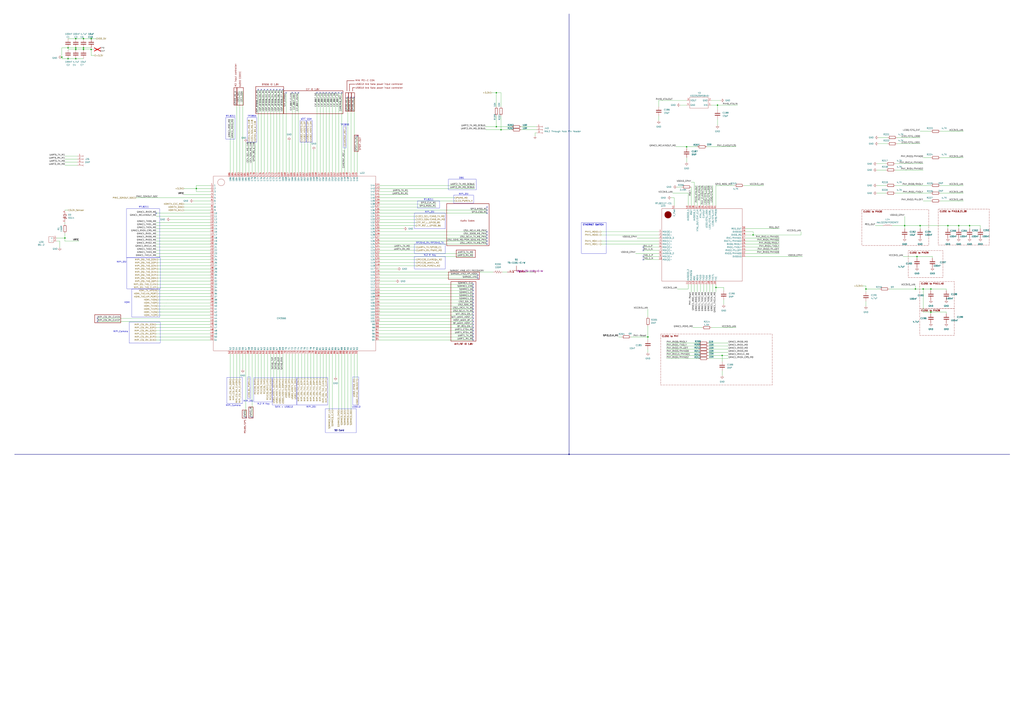
<source format=kicad_sch>
(kicad_sch (version 20231120) (generator "eeschema") (generator_version "8.0")
  (paper "A1")
  (junction (at 53.34 195.58))
  (junction (at 563.88 120.65))
  (junction (at 68.58 39.37))
  (junction (at 62.23 40.64))
  (junction (at 62.23 39.37))
  (junction (at 74.93 31.75))
  (junction (at 55.88 48.26))
  (junction (at 407.67 76.2))
  (junction (at 467.36 373.38))
  (junction (at 50.8 46.99))
  (junction (at 68.58 40.64))
  (junction (at 711.2 237.49))
  (junction (at 758.19 237.49))
  (junction (at 532.13 276.86))
  (junction (at 68.58 31.75))
  (junction (at 55.88 39.37))
  (junction (at 764.54 256.54))
  (junction (at 62.23 48.26))
  (junction (at 787.4 185.42))
  (junction (at 588.01 236.22))
  (junction (at 778.51 185.42))
  (junction (at 753.11 210.82))
  (junction (at 161.29 154.94))
  (junction (at 618.49 193.04))
  (junction (at 411.48 106.68))
  (junction (at 593.09 292.1))
  (junction (at 589.28 86.36))
  (junction (at 751.84 237.49))
  (junction (at 407.67 104.14))
  (junction (at 755.65 185.42))
  (junction (at 764.54 237.49))
  (junction (at 742.95 185.42))
  (junction (at 74.8293 40.64))
  (junction (at 796.29 185.42))
  (junction (at 62.23 31.75))
  (no_connect (at 388.62 269.24))
  (no_connect (at 388.62 254))
  (no_connect (at 229.87 73.66))
  (no_connect (at 400.05 170.18))
  (no_connect (at 388.62 276.86))
  (no_connect (at 392.43 226.06))
  (no_connect (at 528.32 210.82))
  (no_connect (at 388.62 251.46))
  (no_connect (at 217.17 73.66))
  (no_connect (at 400.05 190.5))
  (no_connect (at 222.25 73.66))
  (no_connect (at 214.63 73.66))
  (no_connect (at 400.05 198.12))
  (no_connect (at 80.01 261.62))
  (no_connect (at 388.62 271.78))
  (no_connect (at 400.05 200.66))
  (no_connect (at 388.62 236.22))
  (no_connect (at 262.89 76.2))
  (no_connect (at 224.79 73.66))
  (no_connect (at 227.33 73.66))
  (no_connect (at 400.05 172.72))
  (no_connect (at 288.29 80.01))
  (no_connect (at 388.62 259.08))
  (no_connect (at 388.62 261.62))
  (no_connect (at 388.62 256.54))
  (no_connect (at 388.62 246.38))
  (no_connect (at 240.03 76.2))
  (no_connect (at 528.32 205.74))
  (no_connect (at 201.93 342.9))
  (no_connect (at 400.05 175.26))
  (no_connect (at 392.43 228.6))
  (no_connect (at 270.51 76.2))
  (no_connect (at 273.05 76.2))
  (no_connect (at 388.62 248.92))
  (no_connect (at 234.95 76.2))
  (no_connect (at 290.83 80.01))
  (no_connect (at 400.05 193.04))
  (no_connect (at 388.62 279.4))
  (no_connect (at 400.05 195.58))
  (no_connect (at 388.62 241.3))
  (no_connect (at 245.11 76.2))
  (no_connect (at 278.13 76.2))
  (no_connect (at 128.27 175.26))
  (no_connect (at 388.62 274.32))
  (no_connect (at 232.41 73.66))
  (no_connect (at 388.62 233.68))
  (no_connect (at 280.67 76.2))
  (no_connect (at 388.62 264.16))
  (no_connect (at 242.57 76.2))
  (no_connect (at 219.71 73.66))
  (no_connect (at 267.97 76.2))
  (no_connect (at 212.09 73.66))
  (no_connect (at 80.01 264.16))
  (no_connect (at 207.01 342.9))
  (no_connect (at 265.43 76.2))
  (no_connect (at 388.62 243.84))
  (no_connect (at 285.75 80.01))
  (no_connect (at 388.62 266.7))
  (no_connect (at 275.59 76.2))
  (no_connect (at 293.37 111.76))
  (no_connect (at 388.62 238.76))
  (no_connect (at 528.32 203.2))
  (no_connect (at 528.32 213.36))
  (no_connect (at 260.35 76.2))
  (wire (pts (xy 311.15 182.88) (xy 341.63 182.88)))
  (wire (pts (xy 758.19 139.7) (xy 735.33 139.7)))
  (wire (pts (xy 765.81 210.82) (xy 765.81 212.09)))
  (wire (pts (xy 46.5105 195.58) (xy 53.34 195.58)))
  (wire (pts (xy 217.17 82.55) (xy 217.17 142.24)))
  (wire (pts (xy 796.29 185.42) (xy 805.18 185.42)))
  (wire (pts (xy 640.08 187.96) (xy 612.14 187.96)))
  (wire (pts (xy 741.68 210.82) (xy 753.11 210.82)))
  (wire (pts (xy 720.09 139.7) (xy 727.71 139.7)))
  (wire (pts (xy 240.03 76.2) (xy 240.03 142.24)))
  (wire (pts (xy 129.54 218.44) (xy 172.72 218.44)))
  (wire (pts (xy 129.54 233.68) (xy 172.72 233.68)))
  (wire (pts (xy 222.25 80.01) (xy 222.25 142.24)))
  (wire (pts (xy 214.63 83.82) (xy 214.63 142.24)))
  (wire (pts (xy 262.89 290.83) (xy 262.89 311.15)))
  (wire (pts (xy 76.6818 40.6392) (xy 76.6818 40.64)))
  (wire (pts (xy 194.31 311.15) (xy 194.31 290.83)))
  (wire (pts (xy 589.28 90.17) (xy 589.28 86.36)))
  (wire (pts (xy 219.7076 81.28) (xy 219.71 81.28)))
  (wire (pts (xy 582.93 152.4) (xy 582.93 168.91)))
  (wire (pts (xy 189.23 311.15) (xy 189.23 290.83)))
  (wire (pts (xy 407.67 76.2) (xy 407.67 87.63)))
  (wire (pts (xy 758.19 256.54) (xy 764.54 256.54)))
  (wire (pts (xy 129.54 215.9) (xy 172.72 215.9)))
  (wire (pts (xy 581.66 289.56) (xy 598.17 289.56)))
  (wire (pts (xy 311.15 154.94) (xy 389.89 154.94)))
  (wire (pts (xy 427.99 106.68) (xy 440.69 106.68)))
  (wire (pts (xy 285.75 80.01) (xy 285.75 142.24)))
  (polyline (pts (xy 287.02 69.1057) (xy 291.4165 69.1057)) (stroke (width 0.3048) (color 132 0 0 1)))
  (wire (pts (xy 439.42 109.22) (xy 439.42 111.76)))
  (wire (pts (xy 132.6203 256.5382) (xy 132.6203 256.54)))
  (wire (pts (xy 732.79 185.42) (xy 742.95 185.42)))
  (wire (pts (xy 494.03 198.12) (xy 541.02 198.12)))
  (wire (pts (xy 280.67 336.55) (xy 280.67 290.83)))
  (wire (pts (xy 128.27 271.78) (xy 172.72 271.78)))
  (wire (pts (xy 791.21 107.95) (xy 772.16 107.95)))
  (wire (pts (xy 128.27 185.42) (xy 172.72 185.42)))
  (wire (pts (xy 132.6203 256.54) (xy 172.72 256.54)))
  (wire (pts (xy 758.19 134.62) (xy 735.33 134.62)))
  (wire (pts (xy 567.69 149.86) (xy 570.23 149.86)))
  (wire (pts (xy 311.15 228.6) (xy 392.43 228.6)))
  (wire (pts (xy 541.02 82.55) (xy 563.88 82.55)))
  (wire (pts (xy 111.76 162.56) (xy 172.72 162.56)))
  (wire (pts (xy 585.47 240.03) (xy 585.47 233.68)))
  (wire (pts (xy 131.3503 259.08) (xy 172.72 259.08)))
  (wire (pts (xy 411.48 76.2) (xy 407.67 76.2)))
  (wire (pts (xy 640.08 203.2) (xy 612.14 203.2)))
  (wire (pts (xy 764.54 256.54) (xy 777.24 256.54)))
  (wire (pts (xy 196.85 311.15) (xy 196.85 290.83)))
  (wire (pts (xy 128.27 195.58) (xy 172.72 195.58)))
  (bus (pts (xy 467.36 11.43) (xy 467.36 373.38)))
  (wire (pts (xy 50.8 39.37) (xy 50.8 46.99)))
  (wire (pts (xy 311.15 193.04) (xy 400.05 193.04)))
  (wire (pts (xy 547.37 281.94) (xy 574.04 281.94)))
  (wire (pts (xy 585.47 152.4) (xy 585.47 168.91)))
  (wire (pts (xy 580.39 152.4) (xy 580.39 168.91)))
  (wire (pts (xy 311.15 162.56) (xy 373.38 162.56)))
  (wire (pts (xy 265.43 290.83) (xy 265.43 311.15)))
  (wire (pts (xy 285.75 336.55) (xy 285.75 290.83)))
  (wire (pts (xy 311.15 261.62) (xy 388.62 261.62)))
  (wire (pts (xy 565.15 237.49) (xy 556.26 237.49)))
  (wire (pts (xy 588.01 152.4) (xy 603.25 152.4)))
  (wire (pts (xy 161.29 154.94) (xy 172.72 154.94)))
  (wire (pts (xy 232.4076 74.93) (xy 232.41 74.93)))
  (wire (pts (xy 730.25 237.49) (xy 751.84 237.49)))
  (wire (pts (xy 53.34 128.27) (xy 63.5 128.27)))
  (wire (pts (xy 778.51 185.42) (xy 778.51 187.96)))
  (wire (pts (xy 135.1603 251.4582) (xy 135.1603 251.46)))
  (wire (pts (xy 229.87 290.83) (xy 229.87 311.15)))
  (wire (pts (xy 140.2403 241.3) (xy 172.72 241.3)))
  (wire (pts (xy 577.85 240.03) (xy 577.85 233.68)))
  (wire (pts (xy 577.85 152.4) (xy 577.85 168.91)))
  (wire (pts (xy 335.28 157.48) (xy 311.15 157.48)))
  (wire (pts (xy 128.27 279.4) (xy 172.72 279.4)))
  (wire (pts (xy 411.48 95.25) (xy 411.48 106.68)))
  (wire (pts (xy 128.27 200.66) (xy 172.72 200.66)))
  (wire (pts (xy 581.66 281.94) (xy 598.17 281.94)))
  (wire (pts (xy 311.15 226.06) (xy 392.43 226.06)))
  (wire (pts (xy 247.65 116.84) (xy 247.65 142.24)))
  (wire (pts (xy 311.15 241.3) (xy 388.62 241.3)))
  (wire (pts (xy 55.88 31.75) (xy 62.23 31.75)))
  (wire (pts (xy 565.15 158.75) (xy 552.45 158.75)))
  (wire (pts (xy 721.36 113.03) (xy 728.98 113.03)))
  (wire (pts (xy 589.28 86.36) (xy 605.79 86.36)))
  (wire (pts (xy 532.13 276.86) (xy 532.13 279.4)))
  (wire (pts (xy 547.37 294.64) (xy 574.04 294.64)))
  (wire (pts (xy 130.0803 238.7582) (xy 141.5103 238.7582)))
  (wire (pts (xy 772.16 165.1) (xy 791.21 165.1)))
  (wire (pts (xy 311.15 236.22) (xy 388.62 236.22)))
  (wire (pts (xy 212.09 73.66) (xy 212.09 142.24)))
  (wire (pts (xy 358.14 170.18) (xy 311.15 170.18)))
  (wire (pts (xy 494.03 190.5) (xy 541.02 190.5)))
  (wire (pts (xy 521.97 208.28) (xy 541.02 208.28)))
  (wire (pts (xy 541.02 99.06) (xy 541.02 95.25)))
  (wire (pts (xy 593.09 292.1) (xy 598.17 292.1)))
  (wire (pts (xy 581.66 287.02) (xy 598.17 287.02)))
  (wire (pts (xy 128.27 177.8) (xy 172.72 177.8)))
  (wire (pts (xy 222.2476 80.01) (xy 222.25 80.01)))
  (wire (pts (xy 758.19 237.49) (xy 758.19 256.54)))
  (wire (pts (xy 311.15 208.28) (xy 388.62 208.28)))
  (wire (pts (xy 204.47 116.84) (xy 204.47 142.24)))
  (wire (pts (xy 796.29 185.42) (xy 796.29 187.96)))
  (wire (pts (xy 711.2 234.95) (xy 711.2 237.49)))
  (wire (pts (xy 659.13 210.82) (xy 612.14 210.82)))
  (wire (pts (xy 311.15 256.54) (xy 388.62 256.54)))
  (wire (pts (xy 311.15 251.46) (xy 388.62 251.46)))
  (wire (pts (xy 53.34 135.89) (xy 63.5 135.89)))
  (polyline (pts (xy 284.9657 74.8383) (xy 284.9636 66.3367)) (stroke (width 0.3048) (color 132 0 0 1)))
  (wire (pts (xy 49.0505 198.1935) (xy 46.5105 198.1935)))
  (wire (pts (xy 278.13 76.2) (xy 278.13 142.24)))
  (wire (pts (xy 311.15 177.8) (xy 341.63 177.8)))
  (wire (pts (xy 74.8293 45.5877) (xy 74.8293 40.64)))
  (wire (pts (xy 293.37 111.76) (xy 293.37 142.24)))
  (wire (pts (xy 68.58 40.64) (xy 74.8293 40.64)))
  (wire (pts (xy 588.01 233.68) (xy 588.01 236.22)))
  (wire (pts (xy 288.29 336.55) (xy 288.29 290.83)))
  (wire (pts (xy 553.72 162.56) (xy 551.18 162.56)))
  (wire (pts (xy 130.0803 248.9182) (xy 136.4303 248.9182)))
  (wire (pts (xy 311.15 259.08) (xy 388.62 259.08)))
  (wire (pts (xy 151.13 172.72) (xy 172.72 172.72)))
  (wire (pts (xy 720.09 158.75) (xy 727.71 158.75)))
  (wire (pts (xy 219.71 311.15) (xy 219.71 290.83)))
  (wire (pts (xy 62.23 31.75) (xy 68.58 31.75)))
  (wire (pts (xy 252.73 116.84) (xy 252.73 142.24)))
  (wire (pts (xy 751.84 237.49) (xy 758.19 237.49)))
  (wire (pts (xy 128.27 187.96) (xy 172.72 187.96)))
  (wire (pts (xy 222.2476 73.8414) (xy 222.2476 80.01)))
  (wire (pts (xy 53.34 198.1935) (xy 64.77 198.1935)))
  (wire (pts (xy 273.05 76.2) (xy 273.05 142.24)))
  (wire (pts (xy 311.15 271.78) (xy 388.62 271.78)))
  (polyline (pts (xy 287.02 74.93) (xy 287.02 69.1057)) (stroke (width 0.3048) (color 132 0 0 1)))
  (wire (pts (xy 129.54 226.06) (xy 172.72 226.06)))
  (wire (pts (xy 407.67 104.14) (xy 420.37 104.14)))
  (wire (pts (xy 260.35 76.2) (xy 260.35 142.24)))
  (wire (pts (xy 311.15 190.5) (xy 400.05 190.5)))
  (wire (pts (xy 68.58 39.37) (xy 62.23 39.37)))
  (wire (pts (xy 528.32 213.36) (xy 541.02 213.36)))
  (wire (pts (xy 161.29 152.4) (xy 172.72 152.4)))
  (wire (pts (xy 128.27 198.12) (xy 172.72 198.12)))
  (wire (pts (xy 640.08 198.12) (xy 612.14 198.12)))
  (wire (pts (xy 224.79 78.74) (xy 224.79 142.24)))
  (wire (pts (xy 341.63 215.9) (xy 311.15 215.9)))
  (wire (pts (xy 412.75 223.52) (xy 416.56 223.52)))
  (wire (pts (xy 311.15 254) (xy 388.62 254)))
  (wire (pts (xy 270.51 76.2) (xy 270.51 142.24)))
  (wire (pts (xy 311.15 276.86) (xy 388.62 276.86)))
  (wire (pts (xy 736.6 113.03) (xy 755.65 113.03)))
  (wire (pts (xy 55.88 40.64) (xy 62.23 40.64)))
  (wire (pts (xy 128.27 175.26) (xy 172.72 175.26)))
  (wire (pts (xy 400.05 172.72) (xy 311.15 172.72)))
  (wire (pts (xy 604.52 120.65) (xy 580.39 120.65)))
  (wire (pts (xy 640.08 200.66) (xy 612.14 200.66)))
  (wire (pts (xy 311.15 246.38) (xy 388.62 246.38)))
  (wire (pts (xy 411.48 106.68) (xy 420.37 106.68)))
  (wire (pts (xy 791.21 152.4) (xy 772.16 152.4)))
  (wire (pts (xy 742.95 185.42) (xy 755.65 185.42)))
  (wire (pts (xy 555.7876 153.67) (xy 560.07 153.67)))
  (wire (pts (xy 138.9703 243.8382) (xy 138.9703 243.84)))
  (wire (pts (xy 227.33 290.83) (xy 227.33 311.15)))
  (wire (pts (xy 311.15 220.98) (xy 326.39 220.98)))
  (wire (pts (xy 201.93 116.84) (xy 201.93 142.24)))
  (wire (pts (xy 191.77 311.15) (xy 191.77 290.83)))
  (wire (pts (xy 518.16 276.86) (xy 532.13 276.86)))
  (wire (pts (xy 265.43 76.2) (xy 265.43 142.24)))
  (wire (pts (xy 618.49 193.04) (xy 612.14 193.04)))
  (wire (pts (xy 753.11 210.82) (xy 765.81 210.82)))
  (wire (pts (xy 137.7003 246.3782) (xy 137.7003 246.38)))
  (wire (pts (xy 311.15 187.96) (xy 331.47 187.96)))
  (wire (pts (xy 64.77 198.12) (xy 64.77 198.1935)))
  (wire (pts (xy 593.09 292.1) (xy 593.09 297.18)))
  (wire (pts (xy 758.19 237.49) (xy 764.54 237.49)))
  (wire (pts (xy 311.15 165.1) (xy 373.38 165.1)))
  (wire (pts (xy 755.65 185.42) (xy 755.65 187.96)))
  (wire (pts (xy 708.66 234.95) (xy 711.2 234.95)))
  (wire (pts (xy 130.0803 253.9982) (xy 133.8903 253.9982)))
  (wire (pts (xy 528.32 203.2) (xy 541.02 203.2)))
  (wire (pts (xy 128.27 193.04) (xy 172.72 193.04)))
  (wire (pts (xy 528.32 205.74) (xy 541.02 205.74)))
  (wire (pts (xy 427.99 104.14) (xy 440.69 104.14)))
  (wire (pts (xy 720.09 134.62) (xy 727.71 134.62)))
  (wire (pts (xy 219.71 81.28) (xy 219.71 142.24)))
  (wire (pts (xy 288.29 80.01) (xy 288.29 142.24)))
  (wire (pts (xy 77.3693 45.5877) (xy 74.8293 45.5877)))
  (wire (pts (xy 214.6276 83.82) (xy 214.63 83.82)))
  (wire (pts (xy 128.27 266.7) (xy 172.72 266.7)))
  (wire (pts (xy 49.0505 203.2735) (xy 49.0505 198.1935)))
  (wire (pts (xy 130.0803 241.2982) (xy 140.2403 241.2982)))
  (wire (pts (xy 494.03 200.66) (xy 541.02 200.66)))
  (wire (pts (xy 214.63 311.15) (xy 214.63 290.83)))
  (wire (pts (xy 341.63 218.44) (xy 311.15 218.44)))
  (wire (pts (xy 151.13 170.18) (xy 172.72 170.18)))
  (wire (pts (xy 53.34 184.15) (xy 53.34 182.88)))
  (wire (pts (xy 229.8676 76.2) (xy 229.87 76.2)))
  (wire (pts (xy 237.49 115.57) (xy 237.49 142.24)))
  (wire (pts (xy 565.15 168.91) (xy 565.15 158.75)))
  (wire (pts (xy 237.49 311.15) (xy 237.49 290.83)))
  (wire (pts (xy 255.27 116.84) (xy 255.27 142.24)))
  (wire (pts (xy 273.05 336.55) (xy 273.05 290.83)))
  (wire (pts (xy 128.27 182.88) (xy 172.72 182.88)))
  (wire (pts (xy 311.15 198.12) (xy 400.05 198.12)))
  (wire (pts (xy 68.58 31.75) (xy 74.93 31.75)))
  (wire (pts (xy 212.09 311.15) (xy 212.09 290.83)))
  (wire (pts (xy 141.5103 238.7582) (xy 141.5103 238.76)))
  (wire (pts (xy 204.47 311.15) (xy 204.47 290.83)))
  (wire (pts (xy 255.27 290.83) (xy 255.27 311.15)))
  (wire (pts (xy 311.15 274.32) (xy 388.62 274.32)))
  (wire (pts (xy 398.78 104.14) (xy 407.67 104.14)))
  (wire (pts (xy 280.67 76.2) (xy 280.67 142.24)))
  (wire (pts (xy 618.49 190.5) (xy 618.49 193.04)))
  (wire (pts (xy 240.03 311.15) (xy 240.03 290.83)))
  (wire (pts (xy 62.23 40.64) (xy 68.58 40.64)))
  (wire (pts (xy 753.11 210.82) (xy 753.11 212.09)))
  (wire (pts (xy 50.8 48.26) (xy 55.88 48.26)))
  (wire (pts (xy 758.19 165.1) (xy 764.54 165.1)))
  (wire (pts (xy 161.29 154.94) (xy 161.29 152.4)))
  (wire (pts (xy 764.54 237.49) (xy 777.24 237.49)))
  (wire (pts (xy 547.37 289.56) (xy 574.04 289.56)))
  (wire (pts (xy 805.18 185.42) (xy 805.18 187.96)))
  (wire (pts (xy 139.7 180.34) (xy 172.72 180.34)))
  (wire (pts (xy 207.01 116.84) (xy 207.01 142.24)))
  (wire (pts (xy 201.93 290.83) (xy 201.93 342.9)))
  (wire (pts (xy 217.1676 73.8414) (xy 217.1676 82.55)))
  (wire (pts (xy 751.84 237.49) (xy 751.84 234.95)))
  (wire (pts (xy 129.54 220.98) (xy 172.72 220.98)))
  (wire (pts (xy 74.93 39.37) (xy 68.58 39.37)))
  (wire (pts (xy 137.7003 246.38) (xy 172.72 246.38)))
  (wire (pts (xy 618.49 190.5) (xy 612.14 190.5)))
  (wire (pts (xy 777.24 256.54) (xy 777.24 257.81)))
  (wire (pts (xy 589.28 102.87) (xy 589.28 97.79)))
  (wire (pts (xy 283.21 336.55) (xy 283.21 290.83)))
  (wire (pts (xy 74.93 31.75) (xy 78.74 31.75)))
  (wire (pts (xy 721.36 118.11) (xy 728.98 118.11)))
  (wire (pts (xy 209.55 116.84) (xy 209.55 142.24)))
  (wire (pts (xy 558.8 86.36) (xy 563.88 86.36)))
  (wire (pts (xy 141.5103 238.76) (xy 172.72 238.76)))
  (wire (pts (xy 778.51 185.42) (xy 787.4 185.42)))
  (wire (pts (xy 311.15 266.7) (xy 388.62 266.7)))
  (wire (pts (xy 260.35 290.83) (xy 260.35 311.15)))
  (wire (pts (xy 219.7076 73.8414) (xy 219.7076 81.28)))
  (wire (pts (xy 568.96 269.24) (xy 576.58 269.24)))
  (wire (pts (xy 189.23 97.79) (xy 189.23 142.24)))
  (wire (pts (xy 567.69 153.67) (xy 567.69 168.91)))
  (wire (pts (xy 55.88 48.26) (xy 62.23 48.26)))
  (wire (pts (xy 128.27 210.82) (xy 172.72 210.82)))
  (wire (pts (xy 262.89 76.2) (xy 262.89 142.24)))
  (wire (pts (xy 55.88 172.72) (xy 53.34 172.72)))
  (wire (pts (xy 580.39 240.03) (xy 580.39 233.68)))
  (wire (pts (xy 128.27 203.2) (xy 172.72 203.2)))
  (wire (pts (xy 593.09 304.8) (xy 593.09 308.61)))
  (polyline (pts (xy 284.9636 66.3367) (xy 290.9533 66.3345)) (stroke (width 0.3048) (color 132 0 0 1)))
  (wire (pts (xy 80.01 264.16) (xy 172.72 264.16)))
  (wire (pts (xy 594.36 236.22) (xy 588.01 236.22)))
  (wire (pts (xy 242.57 76.2) (xy 242.57 142.24)))
  (wire (pts (xy 581.66 292.1) (xy 593.09 292.1)))
  (wire (pts (xy 358.14 167.64) (xy 311.15 167.64)))
  (wire (pts (xy 581.66 284.48) (xy 598.17 284.48)))
  (wire (pts (xy 158.75 165.1) (xy 172.72 165.1)))
  (wire (pts (xy 532.13 254) (xy 532.13 260.35)))
  (wire (pts (xy 133.8903 254) (xy 172.72 254)))
  (wire (pts (xy 440.69 109.22) (xy 439.42 109.22)))
  (wire (pts (xy 311.15 243.84) (xy 388.62 243.84)))
  (wire (pts (xy 582.93 240.03) (xy 582.93 233.68)))
  (wire (pts (xy 130.0803 251.4582) (xy 135.1603 251.4582)))
  (wire (pts (xy 138.9703 243.84) (xy 172.72 243.84)))
  (wire (pts (xy 311.15 210.82) (xy 388.62 210.82)))
  (wire (pts (xy 130.0803 243.8382) (xy 138.9703 243.8382)))
  (wire (pts (xy 610.87 152.4) (xy 627.38 152.4)))
  (wire (pts (xy 311.15 180.34) (xy 341.63 180.34)))
  (wire (pts (xy 572.77 152.4) (xy 572.77 168.91)))
  (wire (pts (xy 140.2403 241.2982) (xy 140.2403 241.3)))
  (wire (pts (xy 570.23 240.03) (xy 570.23 233.68)))
  (wire (pts (xy 194.31 74.93) (xy 194.31 142.24)))
  (wire (pts (xy 129.54 228.6) (xy 172.72 228.6)))
  (wire (pts (xy 53.34 130.81) (xy 63.5 130.81)))
  (wire (pts (xy 232.41 74.93) (xy 232.41 142.24)))
  (wire (pts (xy 575.31 240.03) (xy 575.31 233.68)))
  (wire (pts (xy 565.15 233.68) (xy 565.15 237.49)))
  (wire (pts (xy 400.05 200.66) (xy 311.15 200.66)))
  (wire (pts (xy 293.37 311.15) (xy 293.37 290.83)))
  (wire (pts (xy 711.2 237.49) (xy 722.63 237.49)))
  (wire (pts (xy 311.15 152.4) (xy 389.89 152.4)))
  (wire (pts (xy 214.6276 73.8414) (xy 214.6276 83.82)))
  (wire (pts (xy 594.36 236.22) (xy 594.36 238.76)))
  (wire (pts (xy 567.69 240.03) (xy 567.69 233.68)))
  (wire (pts (xy 290.83 80.01) (xy 290.83 142.24)))
  (wire (pts (xy 736.6 118.11) (xy 755.65 118.11)))
  (wire (pts (xy 136.4303 248.9182) (xy 136.4303 248.92)))
  (wire (pts (xy 227.3276 77.47) (xy 227.33 77.47)))
  (wire (pts (xy 128.27 276.86) (xy 172.72 276.86)))
  (wire (pts (xy 224.7876 73.8414) (xy 224.7876 78.74)))
  (polyline (pts (xy 289.56 74.93) (xy 289.56 72.1288)) (stroke (width 0.3048) (color 132 0 0 1)))
  (bus (pts (xy 467.36 373.38) (xy 829.31 373.38)))
  (wire (pts (xy 245.11 76.2) (xy 245.11 142.24)))
  (wire (pts (xy 199.39 74.93) (xy 199.39 142.24)))
  (polyline (pts (xy 289.56 72.1288) (xy 291.3359 72.1288)) (stroke (width 0.3048) (color 132 0 0 1)))
  (wire (pts (xy 575.31 152.4) (xy 575.31 168.91)))
  (wire (pts (xy 128.27 190.5) (xy 172.72 190.5)))
  (wire (pts (xy 232.4076 73.8414) (xy 232.4076 74.93)))
  (wire (pts (xy 532.13 287.02) (xy 532.13 289.56)))
  (wire (pts (xy 217.17 311.15) (xy 217.17 290.83)))
  (wire (pts (xy 411.48 87.63) (xy 411.48 76.2)))
  (wire (pts (xy 400.05 175.26) (xy 311.15 175.26)))
  (wire (pts (xy 80.01 261.62) (xy 172.72 261.62)))
  (wire (pts (xy 136.4303 248.92) (xy 172.72 248.92)))
  (wire (pts (xy 570.23 149.86) (xy 570.23 168.91)))
  (wire (pts (xy 227.3276 73.8414) (xy 227.3276 77.47)))
  (wire (pts (xy 787.4 185.42) (xy 787.4 187.96)))
  (wire (pts (xy 267.97 76.2) (xy 267.97 142.24)))
  (wire (pts (xy 657.86 193.04) (xy 618.49 193.04)))
  (wire (pts (xy 131.3503 259.0782) (xy 131.3503 259.08)))
  (wire (pts (xy 523.24 195.58) (xy 541.02 195.58)))
  (wire (pts (xy 55.88 39.37) (xy 50.8 39.37)))
  (wire (pts (xy 130.0803 256.5382) (xy 132.6203 256.5382)))
  (wire (pts (xy 720.09 152.4) (xy 727.71 152.4)))
  (wire (pts (xy 311.15 233.68) (xy 388.62 233.68)))
  (wire (pts (xy 53.34 191.77) (xy 53.34 195.58)))
  (wire (pts (xy 311.15 195.58) (xy 400.05 195.58)))
  (wire (pts (xy 128.27 208.28) (xy 172.72 208.28)))
  (wire (pts (xy 311.15 203.2) (xy 341.63 203.2)))
  (wire (pts (xy 161.29 157.48) (xy 172.72 157.48)))
  (wire (pts (xy 129.54 213.36) (xy 172.72 213.36)))
  (wire (pts (xy 278.13 336.55) (xy 278.13 290.83)))
  (wire (pts (xy 128.27 269.24) (xy 172.72 269.24)))
  (wire (pts (xy 764.54 237.49) (xy 764.54 238.76)))
  (wire (pts (xy 563.88 120.65) (xy 563.88 121.92)))
  (wire (pts (xy 247.65 290.83) (xy 247.65 311.15)))
  (wire (pts (xy 129.54 236.22) (xy 172.72 236.22)))
  (wire (pts (xy 398.78 106.68) (xy 411.48 106.68)))
  (wire (pts (xy 135.1603 251.46) (xy 172.72 251.46)))
  (wire (pts (xy 335.28 160.02) (xy 311.15 160.02)))
  (wire (pts (xy 563.88 120.65) (xy 572.77 120.65)))
  (wire (pts (xy 224.79 290.83) (xy 224.79 311.15)))
  (wire (pts (xy 755.65 185.42) (xy 778.51 185.42)))
  (wire (pts (xy 311.15 205.74) (xy 341.63 205.74)))
  (wire (pts (xy 275.59 76.2) (xy 275.59 142.24)))
  (wire (pts (xy 224.7876 78.74) (xy 224.79 78.74)))
  (wire (pts (xy 791.21 158.75) (xy 772.16 158.75)))
  (wire (pts (xy 130.0803 259.0782) (xy 131.3503 259.0782)))
  (wire (pts (xy 128.27 274.32) (xy 172.72 274.32)))
  (wire (pts (xy 553.72 168.91) (xy 553.72 162.56)))
  (wire (pts (xy 735.33 158.75) (xy 764.54 158.75)))
  (wire (pts (xy 735.33 152.4) (xy 764.54 152.4)))
  (wire (pts (xy 640.08 195.58) (xy 612.14 195.58)))
  (wire (pts (xy 777.24 237.49) (xy 777.24 238.76)))
  (wire (pts (xy 640.08 208.28) (xy 612.14 208.28)))
  (wire (pts (xy 547.37 287.02) (xy 574.04 287.02)))
  (wire (pts (xy 62.23 39.37) (xy 55.88 39.37)))
  (wire (pts (xy 191.77 97.79) (xy 191.77 142.24)))
  (wire (pts (xy 151.13 154.94) (xy 161.29 154.94)))
  (wire (pts (xy 311.15 238.76) (xy 388.62 238.76)))
  (wire (pts (xy 787.4 185.42) (xy 796.29 185.42)))
  (wire (pts (xy 711.2 247.65) (xy 711.2 251.46)))
  (wire (pts (xy 589.28 86.36) (xy 584.2 86.36)))
  (wire (pts (xy 199.39 290.83) (xy 199.39 303.53)))
  (wire (pts (xy 245.11 290.83) (xy 245.11 311.15)))
  (wire (pts (xy 718.82 185.42) (xy 725.17 185.42)))
  (wire (pts (xy 594.36 246.38) (xy 594.36 250.19)))
  (wire (pts (xy 554.99 120.65) (xy 563.88 120.65)))
  (wire (pts (xy 591.82 82.55) (xy 584.2 82.55)))
  (wire (pts (xy 588.01 236.22) (xy 588.01 240.03)))
  (wire (pts (xy 229.87 76.2) (xy 229.87 142.24)))
  (wire (pts (xy 257.81 290.83) (xy 257.81 311.15)))
  (wire (pts (xy 311.15 248.92) (xy 388.62 248.92)))
  (wire (pts (xy 532.13 276.86) (xy 532.13 267.97)))
  (wire (pts (xy 764.54 129.54) (xy 758.19 129.54)))
  (wire (pts (xy 232.41 290.83) (xy 232.41 311.15)))
  (wire (pts (xy 755.65 107.95) (xy 764.54 107.95)))
  (wire (pts (xy 209.55 311.15) (xy 209.55 290.83)))
  (wire (pts (xy 311.15 264.16) (xy 388.62 264.16)))
  (wire (pts (xy 217.1676 82.55) (xy 217.17 82.55)))
  (wire (pts (xy 657.86 190.5) (xy 657.86 193.04)))
  (wire (pts (xy 250.19 290.83) (xy 250.19 311.15)))
  (wire (pts (xy 588.01 152.4) (xy 588.01 168.91)))
  (wire (pts (xy 584.2 269.24) (xy 604.52 269.24)))
  (bus (pts (xy 12.0751 373.38) (xy 12.0751 373.4167)))
  (wire (pts (xy 62.23 48.26) (xy 68.58 48.26)))
  (wire (pts (xy 270.51 290.83) (xy 270.51 336.55)))
  (wire (pts (xy 250.19 116.84) (xy 250.19 142.24)))
  (wire (pts (xy 283.21 120.65) (xy 283.21 142.24)))
  (wire (pts (xy 133.8903 253.9982) (xy 133.8903 254)))
  (wire (pts (xy 129.54 223.52) (xy 172.72 223.52)))
  (wire (pts (xy 742.95 185.42) (xy 742.95 187.96)))
  (wire (pts (xy 508 276.86) (xy 510.54 276.86)))
  (wire (pts (xy 53.34 198.1935) (xy 53.34 195.58)))
  (wire (pts (xy 711.2 237.49) (xy 711.2 240.03)))
  (wire (pts (xy 311.15 269.24) (xy 388.62 269.24)))
  (wire (pts (xy 563.88 133.35) (xy 563.88 129.54)))
  (wire (pts (xy 407.67 95.25) (xy 407.67 104.14)))
  (wire (pts (xy 74.8293 40.64) (xy 76.6818 40.64)))
  (wire (pts (xy 267.97 290.83) (xy 267.97 311.15)))
  (wire (pts (xy 207.01 290.83) (xy 207.01 342.9)))
  (wire (pts (xy 581.66 294.64) (xy 598.17 294.64)))
  (wire (pts (xy 341.63 185.42) (xy 311.15 185.42)))
  (wire (pts (xy 764.54 256.54) (xy 764.54 257.81)))
  (wire (pts (xy 541.02 87.63) (xy 541.02 82.55)))
  (wire (pts (xy 742.95 185.42) (xy 742.95 177.8)))
  (wire (pts (xy 227.33 77.47) (xy 227.33 142.24)))
  (wire (pts (xy 50.8 46.99) (xy 50.8 48.26)))
  (wire (pts (xy 791.21 129.54) (xy 772.16 129.54)))
  (wire (pts (xy 257.81 123.19) (xy 257.81 142.24)))
  (wire (pts (xy 311.15 231.14) (xy 325.12 231.14)))
  (wire (pts (xy 640.08 205.74) (xy 612.14 205.74)))
  (wire (pts (xy 547.37 284.48) (xy 574.04 284.48)))
  (wire (pts (xy 151.13 167.64) (xy 172.72 167.64)))
  (bus (pts (xy 467.36 373.38) (xy 12.0751 373.38)))
  (wire (pts (xy 53.34 133.35) (xy 63.5 133.35)))
  (wire (pts (xy 311.15 223.52) (xy 405.13 223.52)))
  (wire (pts (xy 572.77 240.03) (xy 572.77 233.68)))
  (wire (pts (xy 128.27 205.74) (xy 172.72 205.74)))
  (wire (pts (xy 151.13 160.02) (xy 172.72 160.02)))
  (wire (pts (xy 161.29 154.94) (xy 161.29 157.48)))
  (wire (pts (xy 242.57 311.15) (xy 242.57 290.83)))
  (wire (pts (xy 222.25 311.15) (xy 222.25 290.83)))
  (wire (pts (xy 547.37 292.1) (xy 574.04 292.1)))
  (wire (pts (xy 252.73 290.83) (xy 252.73 311.15)))
  (wire (pts (xy 229.8676 73.8414) (xy 229.8676 76.2)))
  (wire (pts (xy 494.03 193.04) (xy 541.02 193.04)))
  (wire (pts (xy 528.32 210.82) (xy 541.02 210.82)))
  (wire (pts (xy 341.63 213.36) (xy 311.15 213.36)))
  (wire (pts (xy 275.59 290.83) (xy 275.59 309.88)))
  (wire (pts (xy 130.0803 246.3782) (xy 137.7003 246.3782)))
  (wire (pts (xy 311.15 279.4) (xy 388.62 279.4)))
  (wire (pts (xy 290.83 311.15) (xy 290.83 290.83)))
  (wire (pts (xy 431.8 223.52) (xy 438.15 223.52)))
  (wire (pts (xy 196.85 74.93) (xy 196.85 142.24)))
  (wire (pts (xy 403.86 76.2) (xy 407.67 76.2)))
  (wire (pts (xy 46.5105 195.58) (xy 46.5105 195.6535)))
  (wire (pts (xy 234.95 311.15) (xy 234.95 290.83)))
  (wire (pts (xy 234.95 76.2) (xy 234.95 142.24)))
  (wire (pts (xy 129.54 231.14) (xy 172.72 231.14)))
  (rectangle (start 232.915 74.6136) (end 281.6987 93.4096) (stroke (width 0.3048) (color 132 0 0 1)))
  (rectangle (start 203.2 309.88) (end 205.74 327.66))
  (rectangle (start 204.2797 334.4672) (end 207.9075 343.597) (stroke (width 0.3048) (color 132 0 0 1)))
  (rectangle (start 208.2829 310.4478) (end 223.5229 330.2))
  (rectangle (start 243.885 310.3678) (end 269.24 332.7198))
  (rectangle (start 286.2236 76.2023) (end 288.5835 91.44) (stroke (width 0.3048) (color 132 0 0 1)))
  (rectangle (start 194.6126 71.9699) (end 199.9332 86.36) (stroke (width 0.3048) (color 132 0 0 1)))
  (rectangle (start 372.5364 160.4479) (end 388.9821 166.9771))
  (rectangle (start 251.46 99.06) (end 256.54 116.84))
  (rectangle (start 198.8929 337.0296) (end 202.4489 343.6336) (stroke (width 0.3048) (color 132 0 0 1)))
  (rectangle (start 370.332 231.394) (end 390.906 280.416) (stroke (width 0.3048) (color 132 0 0 1)))
  (rectangle (start 289.56 309.88) (end 294.64 332.74))
  (rectangle (start 185.42 96.52) (end 193.04 114.3))
  (rectangle (start 106.0865 264.7254) (end 131.4865 281.94))
  (rectangle (start 368.3 147.32) (end 391.16 156.0295))
  (rectangle (start 342.9 165.1) (end 360.9834 171.1479))
  (rectangle (start 246.38 99.06) (end 251.46 116.84))
  (rectangle (start 374.703 205.4382) (end 390.423 211.5561) (stroke (width 0.3048) (color 132 0 0 1)))
  (rectangle (start 210.0556 71.12) (end 232.9156 93.4225) (stroke (width 0.3048) (color 132 0 0 1)))
  (rectangle (start 283.7594 76.2) (end 286.1997 91.44) (stroke (width 0.3048) (color 132 0 0 1)))
  (rectangle (start 108.3035 237.4291) (end 131.2489 260.6158))
  (rectangle (start 223.52 310.388) (end 243.84 332.74))
  (rectangle (start 104.14 211.7872) (end 131.541 237.3823))
  (rectangle (start 368.3 223.52) (end 393.7 229.6379) (stroke (width 0.3048) (color 132 0 0 1)))
  (rectangle (start 103.886 171.45) (end 131.064 211.836))
  (rectangle (start 288.6334 76.2) (end 291.1734 91.44) (stroke (width 0.3048) (color 132 0 0 1)))
  (rectangle (start 291.0038 111.0636) (end 294.3058 124.46) (stroke (width 0.3048) (color 132 0 0 1)))
  (rectangle (start 186.3844 310.1182) (end 199.0844 331.7082))
  (rectangle (start 203.2 96.52) (end 210.82 116.84))
  (rectangle (start 282.0206 103.776) (end 284.3066 121.556))
  (rectangle (start 340.36 175.26) (end 365.76 187.96))
  (rectangle (start 192.1179 71.9774) (end 194.5767 86.3637) (stroke (width 0.3048) (color 132 0 0 1)))
  (rectangle (start 208.28 342.9) (end 208.28 342.9))
  (rectangle (start 77.7298 258.6478) (end 99.1364 265.2489) (stroke (width 0.3048) (color 132 0 0 1)))
  (rectangle (start 366.7908 167.4033) (end 401.6774 201.93) (stroke (width 0.3048) (color 132 0 0 1)))
  (rectangle (start 340.36 200.66) (end 365.76 208.28))
  (rectangle (start 267.2598 335.9039) (end 292.6148 355.6))
  (rectangle (start 340.36 210.82) (end 365.76 220.98))
  (text_box "CLOSE to PIN30\n" (at 707.898 172.212 0) (size 54.864 29.464) (stroke (width 0) (type dash) (color 132 0 0 1)) (effects (font (size 1.27 1.27) (thickness 0.254) (bold yes)) (justify left top)))
  (text_box "CLOSE to PIN11,40\n\n\n\n" (at 755.396 231.394 0) (size 28.448 22.098) (stroke (width 0) (type dash) (color 132 0 0 1)) (effects (font (size 1.27 1.27) (thickness 0.254) (bold yes)) (justify left top)))
  (text_box "CLOSE to PIN3,8,21,38\n\n" (at 770.636 171.958 0) (size 41.91 29.464) (stroke (width 0) (type dash) (color 132 0 0 1)) (effects (font (size 1.27 1.27) (thickness 0.254) (bold yes)) (justify left top)))
  (text_box "CLOSE to PIN28\n\n\n\n" (at 755.396 253.492 0) (size 28.448 22.098) (stroke (width 0) (type dash) (color 132 0 0 1)) (effects (font (size 1.27 1.27) (thickness 0.254) (bold yes)) (justify left top)))
  (text_box "CLOSE to PHY\n\n\n\n\n" (at 542.544 274.574 0) (size 91.694 41.91) (stroke (width 0) (type dash) (color 132 0 0 1)) (effects (font (size 1.27 1.27) (thickness 0.254) (bold yes)) (justify left top)))
  (text_box "ETHERNET SWITCH\n" (at 477.52 182.88 0) (size 20.32 25.4) (effects (font (size 1.27 1.27) (bold yes)) (justify left top)))
  (text_box "CLOSE to PIN29\n\n\n" (at 745.998 205.994 0) (size 28.448 22.098) (stroke (width 0) (type dash) (color 132 0 0 1)) (effects (font (size 1.27 1.27) (thickness 0.254) (bold yes)) (justify left top)))
  (text "MIPI_DSI\n" (at 255.524 334.518 0) (effects (font (size 1.27 1.27))))
  (text "MINI PCI-E CON\n" (at 299.72 66.294 0) (effects (font (size 1.27 1.27))))
  (text "RP2040_RX/RP2040_TX\n" (at 353.06 199.644 0) (effects (font (size 1.27 1.27))))
  (text "MIPI_DSI\n" (at 99.822 215.392 0) (effects (font (size 1.27 1.27))))
  (text "RTL8211\n" (at 189.484 95.504 0) (effects (font (size 1.27 1.27))))
  (text "MIPI_DSI\n" (at 380.746 159.512 0) (effects (font (size 1.27 1.27))))
  (text "MIPI_Camera\n" (at 191.516 333.248 0) (effects (font (size 1.27 1.27))))
  (text "BT656 IO 1.8V" (at 221.996 69.596 0) (effects (font (size 1.27 1.27))))
  (text "RTL8211" (at 352.044 164.084 0) (effects (font (size 1.27 1.27))))
  (text "RTL8211\n" (at 118.11 170.18 0) (effects (font (size 1.27 1.27))))
  (text "AUDIO CODEC" (at 197.104 65.278 90) (effects (font (size 1.27 1.27))))
  (text "MIPI_Camera\n" (at 99.06 272.542 0) (effects (font (size 1.27 1.27))))
  (text "CIF IO 1.8V\n" (at 256.794 73.66 0) (effects (font (size 1.27 1.27))))
  (text "DBG\n" (at 378.968 146.304 0) (effects (font (size 1.27 1.27))))
  (text "SATA + USB2.0\n\n" (at 233.172 335.534 0) (effects (font (size 1.27 1.27))))
  (text "M2 input controller\n\n" (at 194.564 61.976 90) (effects (font (size 1.27 1.27))))
  (text "TP2855\n\n" (at 207.01 96.52 0) (effects (font (size 1.27 1.27))))
  (text "MIPI_DSI\n" (at 352.806 174.244 0) (effects (font (size 1.27 1.27))))
  (text "TP2855\n" (at 283.21 102.616 0) (effects (font (size 1.27 1.27))))
  (text "M.2 M Key" (at 353.06 209.804 0) (effects (font (size 1.27 1.27))))
  (text "Audio Codec " (at 384.556 181.61 0) (effects (font (size 1.27 1.27))))
  (text "MIPI_DSI" (at 203.962 329.692 0) (effects (font (size 1.27 1.27))))
  (text "WIFI/BT IO 1.8V\n" (at 380.746 282.956 0) (effects (font (size 1.27 1.27) (thickness 0.254) (bold yes))))
  (text "M.2 M Key" (at 216.408 331.978 0) (effects (font (size 1.27 1.27))))
  (text "SD Card" (at 278.638 353.822 0) (effects (font (size 1.27 1.27) (thickness 0.254) (bold yes))))
  (text "SPDIF-OUT\n" (at 295.656 118.364 90) (effects (font (size 1.27 1.27))))
  (text "USB2.0" (at 292.608 334.518 0) (effects (font (size 1.27 1.27))))
  (text "USB3.0 And Sata power input controller\n\n" (at 311.404 73.406 0) (effects (font (size 1.27 1.27))))
  (text "USB2.0 And Sata power input controller\n\n" (at 311.404 70.358 0) (effects (font (size 1.27 1.27))))
  (text "HDMI\n" (at 104.394 248.666 0) (effects (font (size 1.27 1.27))))
  (text "GSM\n" (at 254 98.044 0) (effects (font (size 1.27 1.27))))
  (text "WİFİ\n" (at 248.92 98.044 0) (effects (font (size 1.27 1.27))))
  (text "RS485/GPS\n" (at 201.168 350.774 90) (effects (font (size 1.27 1.27))))
  (label "BT_WAKE_HOST_H" (at 388.62 266.7 180))
  (label "SDMMC1_D2" (at 388.62 243.84 180))
  (label "GMAC1_TXD0_M0" (at 128.27 182.88 180))
  (label "PHY_CLKOUT125" (at 577.85 152.4 270))
  (label "GMAC1_TXEN_M0" (at 585.47 240.03 270))
  (label "CIF_8BIT_D5" (at 273.05 76.2 270))
  (label "REG_OUT" (at 640.08 187.96 180))
  (label "I2S1_MCLK_M0_PMIC" (at 400.05 190.5 180))
  (label "VCC3V3_LAN" (at 657.86 190.5 180))
  (label "CAMERAF_RST_L" (at 283.21 123.19 270))
  (label "VCC3V3_LAN" (at 791.21 158.75 180))
  (label "VOP_BT656_D3_M1" (at 222.2476 73.8414 270))
  (label "LED2{slash}CFG_LDO1" (at 580.39 152.4 270))
  (label "GMAC1_RXCLK_M0" (at 128.27 203.2 180))
  (label "VCC3V3_LAN" (at 627.38 152.4 180))
  (label "I2S2_SDO_M0" (at 388.62 251.46 180))
  (label "SATA0_TXP" (at 224.79 293.37 270))
  (label "GPIO4_B5_d_1V8" (at 209.55 116.84 270))
  (label "PHY0_XTALIN" (at 575.31 152.4 270))
  (label "SDMMC1_CLK" (at 388.62 233.68 180))
  (label "GPIO0_A5_d" (at 194.31 74.93 270))
  (label "PHY_RXD0{slash}RXDLY" (at 640.08 200.66 180))
  (label "CIF_8BIT_CLKIN" (at 240.03 76.2 270))
  (label "CIF_8BIT_D1" (at 262.89 76.2 270))
  (label "VCC3V3_LAN" (at 791.21 129.54 180))
  (label "SDMMC1_CMD" (at 388.62 236.22 180))
  (label "SATA0_RXP" (at 229.87 293.37 270))
  (label "GPIO0_A0_d" (at 285.75 80.01 270))
  (label "UART1_CTSn_M0" (at 388.62 271.78 180))
  (label "VOP_BT656_D7_M1" (at 232.4076 73.8414 270))
  (label "PHY-Reset" (at 567.69 240.03 270))
  (label "WIFI_WAKE_HOST_H" (at 388.62 261.62 180))
  (label "GMAC1_RXD2_M0" (at 598.17 287.02 0))
  (label "PHY_RXD3{slash}PHYAD0" (at 640.08 208.28 180))
  (label "GMAC1_MCLKINOUT_M0" (at 554.99 120.65 180))
  (label "GMAC1_MDIO_M0" (at 191.77 97.79 270))
  (label "GMAC1_RXCLK_M0" (at 598.17 292.1 0))
  (label "SDMMC1_D0" (at 388.62 238.76 180))
  (label "SPI3_CLK_M1" (at 508 276.86 180) (effects (font (bold yes))))
  (label "I2S1_SDO0_M0_PMIC" (at 400.05 193.04 180))
  (label "UART5_RX_M1" (at 335.28 160.02 180))
  (label "GMAC1_RXD0_M0" (at 598.17 281.94 0))
  (label "UART2_TX_M0_DEBUG" (at 389.89 152.4 180))
  (label "SDMMC1_D3" (at 388.62 246.38 180))
  (label "BT_REG_ON_H" (at 388.62 269.24 180))
  (label "I2S1_LRCK_TX_M0_PMIC" (at 400.05 200.66 180))
  (label "MIPI_CSI_RX_CLK1P" (at 80.01 264.16 0))
  (label "I2C4_SCL_M0_1V8" (at 204.47 116.84 270))
  (label "PHY_RXD2{slash}PLLOFF" (at 547.37 287.02 0))
  (label "PHY_RXCLK{slash}PHYAD1" (at 547.37 292.1 0))
  (label "GMAC1_TXD2_M0" (at 128.27 205.74 180))
  (label "GMAC1_MDIO_M0" (at 568.96 269.24 180))
  (label "SPI3_MOSI_M1" (at 601.073 152.4 180))
  (label "GMAC1_TXCLK_M0" (at 128.27 210.82 180))
  (label "VCC3V3_LAN" (at 532.13 254 180))
  (label "LED2{slash}CFG_LDO1" (at 755.65 118.11 180))
  (label "LED0{slash}CFG_EXT" (at 755.65 107.95 180))
  (label "PHY_RXD0{slash}RXDLY" (at 547.37 281.94 0))
  (label "PHY_RXD3{slash}PHYAD0" (at 547.37 289.56 0))
  (label "CIF_8BIT_D0" (at 260.35 76.2 270))
  (label "PMIC_32KOUT_SOC" (at 111.76 162.56 0))
  (label "REG_OUT" (at 718.82 185.42 180))
  (label "PHY_RXCLK{slash}PHYAD1" (at 640.08 195.58 180))
  (label "GMAC1_RXD1_M0" (at 128.27 193.04 180))
  (label "I2S2_SDI_M0" (at 388.62 248.92 180))
  (label "VCC3V3_LAN" (at 604.52 269.24 180))
  (label "UART3_TX_M0" (at 53.34 133.35 180))
  (label "I2S2_LRCK_TX_M0" (at 388.62 254 180))
  (label "UART2_TX_M0_DEBUG" (at 398.78 104.14 180))
  (label "PHY_RXD2{slash}PLLOFF" (at 640.08 205.74 180))
  (label "UART1_RTSn_M0" (at 388.62 274.32 180))
  (label "WIFI_REG_ON_H" (at 388.62 259.08 180))
  (label "GMAC1_TXD1_M0" (at 128.27 185.42 180))
  (label "CIF_CLKOUT" (at 234.95 76.2 270))
  (label "UART2_RX_M0_DEBUG" (at 389.89 154.94 180))
  (label "UART1_TX_M0" (at 388.62 276.86 180))
  (label "VCC3V3_LAN" (at 741.68 210.82 180))
  (label "PHY_RXDV{slash}PHYAD2" (at 547.37 294.64 0))
  (label "VCC3V3_LAN" (at 556.26 237.49 180))
  (label "LED1{slash}CFG_LDO0" (at 755.65 113.03 180))
  (label "UART3_TX_M0" (at 388.62 208.28 180))
  (label "RSET" (at 567.69 156.21 270))
  (label "SDMMC1_D1" (at 388.62 241.3 180))
  (label "CIF_8BIT_VSYNC" (at 245.11 76.2 270))
  (label "PHY_RXDV{slash}PHYAD2" (at 640.08 198.12 180))
  (label "VCC3V3_LAN" (at 552.45 158.75 180))
  (label "VDD10_EPHY" (at 659.13 210.82 180))
  (label "PHY_CLKOUT125" (at 604.52 120.65 180))
  (label "LED0{slash}CFG_EXT" (at 585.47 152.4 270))
  (label "PHY_RXD1{slash}TXDLY" (at 547.37 284.48 0))
  (label "SPDIF_TX_M2" (at 293.37 111.76 270))
  (label "GMAC1_RXD3_M0" (at 598.17 289.56 0))
  (label "I2C1_SCL" (at 196.85 74.93 270))
  (label "VRTC" (at 64.77 198.12 180) (effects (font (bold yes))))
  (label "GMAC1_RXD2_M0" (at 128.27 200.66 180))
  (label "GMAC1_RXD1_M0" (at 598.17 284.48 0))
  (label "GMAC1_RXDV_CRS_M0" (at 598.17 294.64 0))
  (label "GPIO0_A3_u" (at 288.29 80.01 270))
  (label "GMAC1_TXD1_M0" (at 580.39 240.03 270))
  (label "UART2_RX_M0_DEBUG" (at 398.78 106.68 180))
  (label "GMAC1_RXD3_M0" (at 128.27 198.12 180))
  (label "UART4_TX_M0" (at 336.55 203.2 180))
  (label "SATA0_RXN" (at 232.41 293.37 270))
  (label "CAMERAB_RST_L" (at 280.67 76.2 270))
  (label "VDD10_EPHY" (at 567.69 149.86 180))
  (label "CIF_8BIT_D2" (at 265.43 76.2 270))
  (label "PHY_RXD1{slash}TXDLY" (at 640.08 203.2 180))
  (label "GMAC1_TXD0_M0" (at 582.93 240.03 270))
  (label "PWM5" (at 201.93 342.9 90))
  (label "PWM3_IR" (at 207.01 342.9 90))
  (label "LED1{slash}CFG_LDO0" (at 582.93 152.4 270))
  (label "UART5_TX_M1" (at 335.28 157.48 180))
  (label "PHY0_XTALIN" (at 605.79 86.36 180))
  (label "PHY0_XTALOUT" (at 552.45 82.55 180))
  (label "SPI3_CLK_M1" (at 358.14 167.64 180))
  (label "UART5_RX_M1" (at 53.34 130.81 180))
  (label "SATA0_TXN" (at 227.33 293.37 270))
  (label "GMAC1_TXD2_M0" (at 577.85 240.03 270))
  (label "PHY0_XTALOUT" (at 572.77 152.4 270))
  (label "PHY_RXD3{slash}PHYAD0" (at 758.19 129.54 180))
  (label "SARADC_VIN3" (at 392.43 228.6 180))
  (label "GMAC1_RXER_M0" (at 128.27 175.26 180))
  (label "UART5_TX_M1" (at 53.34 128.27 180))
  (label "VOP_BT656_CLK_M1" (at 212.09 73.8414 270))
  (label "SPI3_MOSI_M1" (at 358.14 170.18 180))
  (label "HOST_WAKE_BT_H" (at 388.62 264.16 180))
  (label "UART3_RX_M0" (at 53.34 135.89 180))
  (label "I2C4_SDA_M0_1V8" (at 207.01 116.84 270))
  (label "VOP_BT656_D4_M1" (at 224.7876 73.8414 270))
  (label "GMAC1_RXD0_M0" (at 128.27 195.58 180))
  (label "CIF_8BIT_D4" (at 270.51 76.2 270))
  (label "VCC3V3_LAN" (at 751.84 234.95 180))
  (label "I2S2_SCLK_TX_M0" (at 388.62 256.54 180))
  (label "VRTC" (at 151.13 160.02 180) (effects (font (bold yes))))
  (label "GMAC1_MDIO_M0" (at 572.77 240.03 270))
  (label "VOP_BT656_D2_M1" (at 219.7076 73.8414 270))
  (label "GMAC1_TXEN_M0" (at 128.27 187.96 180))
  (label "RXI_1_P" (at 528.32 203.2 0))
  (label "GMAC1_TXD3_M0" (at 575.31 240.03 270))
  (label "GMAC1_MDC_M0" (at 189.23 97.79 270))
  (label "GMAC1_RXDV_CRS_M0" (at 128.27 190.5 180))
  (label "CIF_8BIT_HREF" (at 242.57 76.2 270))
  (label "PHY_RXD1{slash}TXDLY" (at 758.19 158.75 180))
  (label "CIF_8BIT_D3" (at 267.97 76.2 270))
  (label "VDD10_EPHY" (at 523.24 195.58 180))
  (label "GMAC1_TXD3_M0" (at 128.27 208.28 180))
  (label "I2S1_SCLK_TX_M0_PMIC" (at 400.05 195.58 180))
  (label "VDD10_EPHY" (at 521.97 208.28 180))
  (label "SPI3_MISO_M1" (at 400.05 172.72 180))
  (label "VOP_BT656_D1_M1" (at 217.1676 73.8414 270))
  (label "MIPI_CSI_RX_CLK1N" (at 80.01 261.62 0))
  (label "UART1_RX_M0" (at 388.62 279.4 180))
  (label "VCC3V3_LAN" (at 791.21 107.95 180))
  (label "CIF_8BIT_D6" (at 275.59 76.2 270))
  (label "VDD10_EPHY" (at 742.95 177.8 180))
  (label "SPI3_CS0_M1" (at 400.05 175.26 180))
  (label "SARADC_VIN2_HP_HOOK" (at 392.43 226.06 180))
  (label "GMAC1_MCLKINOUT_M0" (at 128.27 177.8 180))
  (label "GMAC1_TXCLK_M0" (at 588.01 240.03 270))
  (label "SARADC_VIN0_KEY{slash}RECOVERY" (at 397.51 223.52 180))
  (label "VCC3V3_LAN" (at 791.21 165.1 180))
  (label "UART4_RX_M0" (at 336.55 205.74 180))
  (label "TXO_1_P" (at 528.32 210.82 0))
  (label "UART3_RX_M0" (at 388.62 210.82 180))
  (label "GPIO0_A6_d" (at 290.83 80.01 270))
  (label "PHY_RXCLK{slash}PHYAD1" (at 758.19 134.62 180))
  (label "I2C1_SDA" (at 199.39 74.93 270))
  (label "TXO_1_N" (at 528.32 213.36 0))
  (label "VOP_BT656_D6_M1" (at 229.8676 73.8414 270))
  (label "VOP_BT656_D5_M1" (at 227.3276 73.8414 270))
  (label "VOP_BT656_D0_M1" (at 214.6276 73.8414 270))
  (label "I2S1_SDI0_M0{slash}PDM_SDI0_M0_PMIC" (at 400.05 198.12 180))
  (label "PHY_RXD2{slash}PLLOFF" (at 758.19 165.1 180))
  (label "PHY-Reset" (at 530.86 276.86 180))
  (label "RXI_1_N" (at 528.32 205.74 0))
  (label "GMAC1_MDC_M0" (at 570.23 240.03 270))
  (label "CIF_8BIT_D7" (at 278.13 76.2 270))
  (label "PHY_RXDV{slash}PHYAD2" (at 758.19 139.7 180))
  (label "VCC3V3_LAN" (at 791.21 152.4 180))
  (label "PHY_RXD0{slash}RXDLY" (at 758.19 152.4 180))
  (hierarchical_label "MIPI_DSI_TX0_D2N" (shape output) (at 129.54 218.44 180))
  (hierarchical_label "MIPI_CSI_RX_CLK0P" (shape input) (at 196.85 311.15 270))
  (hierarchical_label "VDD_5V" (shape input) (at 78.74 31.75 0))
  (hierarchical_label "MIPI_DSI_TX1_D3N" (shape output) (at 260.35 311.15 270))
  (hierarchical_label "USB3_OTG0_DN" (shape input) (at 234.95 311.15 270))
  (hierarchical_label "MIPI_CSI_RX_D0N" (shape input) (at 189.23 311.15 270))
  (hierarchical_label "UART4_RX{slash}PWM1_M0" (shape input) (at 341.63 205.74 0))
  (hierarchical_label "MIPI_CSI_RX_D0P" (shape input) (at 191.77 311.15 270))
  (hierarchical_label "MIPI_DSI_TX0_D1N" (shape output) (at 129.54 223.52 180))
  (hierarchical_label "USB3_HOST1_DN" (shape input) (at 242.57 311.15 270))
  (hierarchical_label "SDMMC0_D3" (shape input) (at 280.67 336.55 270))
  (hierarchical_label "MIPI_CSI_RX_D1N" (shape input) (at 128.27 279.4 180))
  (hierarchical_label "I2C4_SDA_M0_1V8" (shape input) (at 207.01 116.84 90))
  (hierarchical_label "HDMITX_CEC_M0" (shape input) (at 151.13 167.64 180))
  (hierarchical_label "USB3_HOST1_SSTXN" (shape input) (at 227.33 311.15 270))
  (hierarchical_label "USB2_HOST2_DP" (shape input) (at 252.73 116.84 90))
  (hierarchical_label "HDMI_TX0P" (shape input) (at 130.0803 248.9182 180))
  (hierarchical_label "I2C4_SCL_M0_1V8" (shape input) (at 204.47 116.84 90))
  (hierarchical_label "USB3_HOST1_SSRXP" (shape input) (at 229.87 311.15 270))
  (hierarchical_label "PMIC_32KOUT_SOC" (shape input) (at 111.76 162.56 180))
  (hierarchical_label "HDMI_TXCLKP_PORT" (shape input) (at 130.0803 243.8382 180))
  (hierarchical_label "MIPI_DSI_TX0_CLKP" (shape output) (at 129.54 236.22 180))
  (hierarchical_label "USB3_OTG0_VBUSDET" (shape input) (at 293.37 311.15 270))
  (hierarchical_label "MIPI_DSI_TX1_D3P" (shape output) (at 262.89 311.15 270))
  (hierarchical_label "MIPI_DSI_TX0_D1P" (shape output) (at 129.54 226.06 180))
  (hierarchical_label "PCIE20_TXP" (shape input) (at 217.17 311.15 270))
  (hierarchical_label "MIPI_DSI_TX1_CLKP" (shape output) (at 267.97 311.15 270))
  (hierarchical_label "SDMMC0_D1" (shape input) (at 285.75 336.55 270))
  (hierarchical_label "USB2_HOST3_DN" (shape input) (at 247.65 116.84 90))
  (hierarchical_label "USB2_HOST3_DP" (shape input) (at 250.19 116.84 90))
  (hierarchical_label "USB3_OTG0_ID" (shape input) (at 290.83 311.15 270))
  (hierarchical_label "HDMI_TX0N" (shape input) (at 130.0803 246.3782 180))
  (hierarchical_label "HDMI_TXCLKN_PORT" (shape input) (at 130.0803 241.2982 180))
  (hierarchical_label "+3.3V" (shape input) (at 403.86 76.2 180))
  (hierarchical_label "MIPI_DSI_TX1_D0N" (shape output) (at 255.27 311.15 270))
  (hierarchical_label "I2C1_SCL{slash}CAN0_TX_M0" (shape output) (at 341.63 177.8 0))
  (hierarchical_label "HDMI_TX1N" (shape input) (at 130.0803 251.4582 180))
  (hierarchical_label "GPIO4_B5_d_1V8" (shape input) (at 209.55 116.84 90))
  (hierarchical_label "USB3_OTG0_DP" (shape input) (at 237.49 311.15 270))
  (hierarchical_label "MIPI_DSI_TX1_CLKN" (shape output) (at 265.43 311.15 270))
  (hierarchical_label "PCIE20_WAKEn_M2" (shape input) (at 341.63 215.9 0))
  (hierarchical_label "+3.3V" (shape input) (at 77.3693 45.5877 0))
  (hierarchical_label "USB3_HOST1_SSTXP" (shape input) (at 224.79 311.15 270))
  (hierarchical_label "PCIE20_REFCLKN" (shape input) (at 222.25 311.15 270))
  (hierarchical_label "PCIE20_RXP" (shape input) (at 209.55 311.15 270))
  (hierarchical_label "MIPI_DSI_TX0_CLKN" (shape output) (at 129.54 233.68 180))
  (hierarchical_label "HDMITX_SCL" (shape input) (at 151.13 172.72 180))
  (hierarchical_label "HDMI_TX_HPDIN" (shape input) (at 130.0803 238.7582 180))
  (hierarchical_label "LCD0_BL_PWM4" (shape output) (at 204.47 311.15 270))
  (hierarchical_label "MIPI_CSI_RX_D3N" (shape input) (at 128.27 266.7 180))
  (hierarchical_label "HDMI_TX2P" (shape input) (at 130.0803 259.0782 180))
  (hierarchical_label "USB3_HOST1_DP" (shape input) (at 240.03 311.15 270))
  (hierarchical_label "PCIE20_REFCLKP" (shape input) (at 219.71 311.15 270))
  (hierarchical_label "SDMMC0_D0" (shape input) (at 288.29 336.55 270))
  (hierarchical_label "MIPI_DSI_TX0_D0N" (shape output) (at 129.54 228.6 180))
  (hierarchical_label "MIPI_CSI_RX_D2N" (shape input) (at 128.27 271.78 180))
  (hierarchical_label "PHY1_MDI1+" (shape input) (at 494.03 198.12 180))
  (hierarchical_label "UART4_TX{slash}GPIO0_C1" (shape input) (at 341.63 203.2 0))
  (hierarchical_label "+3.3V" (shape input) (at 708.66 234.95 180))
  (hierarchical_label "MIPI_DSI_TX0_D3P" (shape output) (at 129.54 215.9 180))
  (hierarchical_label "MIPI_DSI_TX0_D3N" (shape output) (at 129.54 213.36 180))
  (hierarchical_label "TP_RST_L_GPIO0_B6" (shape output) (at 341.63 185.42 0))
  (hierarchical_label "SDMMC0_D2" (shape input) (at 283.21 336.55 270))
  (hierarchical_label "SDMMC0_DET_L" (shape input) (at 270.51 336.55 270))
  (hierarchical_label "+3.3V" (shape input) (at 151.13 154.94 180))
  (hierarchical_label "TP_INT_L_GPIO0_B5" (shape input) (at 341.63 182.88 0))
  (hierarchical_label "SDMMC0_CLK" (shape input) (at 273.05 336.55 270))
  (hierarchical_label "I2C1_SDA{slash}CAN0_RX_M0" (shape passive) (at 341.63 180.34 0))
  (hierarchical_label "PCIE20_PERSTn_M2" (shape input) (at 341.63 218.44 0))
  (hierarchical_label "USB2_HOST2_DN" (shape input) (at 255.27 116.84 90))
  (hierarchical_label "HDMITX_SDA" (shape input) (at 151.13 170.18 180))
  (hierarchical_label "MIPI_CSI_RX_D3P" (shape input) (at 128.27 269.24 180))
  (hierarchical_label "MIPI_DSI_TX1_D2N" (shape output) (at 245.11 311.15 270))
  (hierarchical_label "PHY1_MDI1-" (shape input) (at 494.03 200.66 180))
  (hierarchical_label "MIPI_CSI_RX_D2P" (shape input) (at 128.27 274.32 180))
  (hierarchical_label "3.3V_Sensor" (shape input) (at 55.88 172.72 0))
  (hierarchical_label "PCIE20_RXN" (shape input) (at 212.09 311.15 270))
  (hierarchical_label "SDMMC0_CMD" (shape input) (at 278.13 336.55 270))
  (hierarchical_label "MIPI_DSI_TX1_D1N" (shape output) (at 250.19 311.15 270))
  (hierarchical_label "PWM0_M0" (shape input) (at 373.38 162.56 0))
  (hierarchical_label "MIPI_DSI_TX0_D2P" (shape output) (at 129.54 220.98 180))
  (hierarchical_label "HDMI_TX2N" (shape input) (at 130.0803 256.5382 180))
  (hierarchical_label "MIPI_DSI_TX1_D0P" (shape output) (at 257.81 311.15 270))
  (hierarchical_label "USB3_HOST1_SSRXN" (shape input) (at 232.41 311.15 270))
  (hierarchical_label "PHY1_MDI0-" (shape input) (at 494.03 193.04 180))
  (hierarchical_label "HDMI_TX1P" (shape input) (at 130.0803 253.9982 180))
  (hierarchical_label "LCD_PWREN_H" (shape input) (at 373.38 165.1 0))
  (hierarchical_label "PCIE20_TXN" (shape input) (at 214.63 311.15 270))
  (hierarchical_label "CAMERAF_RST_L" (shape input) (at 283.21 120.65 90))
  (hierarchical_label "MIPI_DSI_TX1_D2P" (shape output) (at 247.65 311.15 270))
  (hierarchical_label "MIPI_CSI_RX_CLK0N" (shape input) (at 194.31 311.15 270))
  (hierarchical_label "MIPI_DSI_TX0_D0P" (shape output) (at 129.54 231.14 180))
  (hierarchical_label "MIPI_DSI_TX1_D1P" (shape output) (at 252.73 311.15 270))
  (hierarchical_label "MIPI_CSI_RX_D1P" (shape input) (at 128.27 276.86 180))
  (hierarchical_label "PCIE20_CLKREQn_M2" (shape input) (at 341.63 213.36 0))
  (hierarchical_label "PHY1_MDI0+" (shape input) (at 494.03 190.5 180))
  (symbol (lib_id "Device:C") (at 68.58 35.56 0) (unit 1)
    (property "Reference" "C6" (at 66.04 30.48 0) (effects (justify left)))
    (property "Value" "4.7uF" (at 66.04 27.94 0) (effects (justify left)))
    (property "Footprint" "Capacitor_SMD:C_0603_1608Metric" (effects (hide yes)))
    (property "MPN" "CL10A475KO8NNNC" (effects (hide yes)))
  )
  (symbol (lib_id "power:GND") (at 589.28 102.87 0) (unit 1)
    (property "Reference" "#PWR0285" (effects (hide yes)))
    (property "Value" "GND" (at 589.28 107.95 0))
    (property "Description" "Power symbol creates a global label with name \"GND\" , ground" (effects (hide yes)))
  )
  (symbol (lib_id "SS14:SS14") (at 53.34 177.8 270) (unit 1)
    (property "Reference" "D3" (at 55.88 176.5299 90) (effects (justify left)))
    (property "Value" "SS14" (at 55.88 179.0699 90) (effects (justify left)))
    (property "Footprint" "SS14:DIOM4325X250N" (effects (hide yes)))
    (property "STANDARD" "IPC-7351B" (effects (hide yes)))
    (property "MAXIMUM_PACKAGE_HEIGHT" "2.5 mm" (effects (hide yes)))
    (property "MANUFACTURER" "Taiwan Semiconductor" (effects (hide yes)))
    (property "PARTREV" "O2102" (effects (hide yes)))
    (property "MPN" "SS14 SOD-123FL" (effects (hide yes)))
  )
  (symbol (lib_id "Device:R") (at 732.79 118.11 90) (unit 1)
    (property "Reference" "R222" (at 727.964 115.57 90))
    (property "Value" "4.7K" (at 739.902 115.57 90))
    (property "Footprint" "Resistor_SMD:R_0402_1005Metric" (effects (hide yes)))
    (property "Description" "Resistor" (effects (hide yes)))
    (property "MPN" "0402WGF4701TCE" (effects (hide yes)))
  )
  (symbol (lib_id "Device:R") (at 407.67 91.44 0) (unit 1)
    (property "Reference" "R199" (at 406.4 96.266 90))
    (property "Value" "10K" (at 406.4 86.106 90))
    (property "Footprint" "Resistor_SMD:R_0402_1005Metric" (effects (hide yes)))
    (property "Description" "Resistor" (effects (hide yes)))
    (property "MPN" "RC0402FR-0710KL" (effects (hide yes)))
  )
  (symbol (lib_id "Device:L") (at 728.98 185.42 90) (unit 1)
    (property "Reference" "L14" (at 728.98 180.34 90))
    (property "Value" "AWL3225FP2R2MTF" (at 728.98 182.88 90))
    (property "Footprint" "Library:AWL3225FP2R2MTF" (effects (hide yes)))
    (property "Datasheet" "https://datasheet.lcsc.com/lcsc/2109250630_Sunlord-AWL3225FP2R2MTF_C2846224.pdf" (effects (hide yes)))
    (property "Description" "Inductor" (effects (hide yes)))
    (property "MPN" "AWL3225FP2R2MTF" (effects (hide yes)))
  )
  (symbol (lib_id "Device:R") (at 576.58 120.65 90) (unit 1)
    (property "Reference" "R207" (at 572.008 119.126 90))
    (property "Value" "22R" (at 582.422 118.872 90))
    (property "Footprint" "Resistor_SMD:R_0402_1005Metric" (effects (hide yes)))
    (property "Description" "Resistor" (effects (hide yes)))
    (property "MPN" "0402WGF220JTCE" (effects (hide yes)))
  )
  (symbol (lib_id "power:GND") (at 720.09 134.62 270) (unit 1)
    (property "Reference" "#PWR0290" (effects (hide yes)))
    (property "Value" "GND" (at 716.28 134.6199 90) (effects (justify right)))
    (property "Description" "Power symbol creates a global label with name \"GND\" , ground" (effects (hide yes)))
  )
  (symbol (lib_id "power:GND") (at 777.24 265.43 0) (unit 1)
    (property "Reference" "#PWR0303" (effects (hide yes)))
    (property "Value" "GND" (at 777.24 270.51 0))
    (property "Description" "Power symbol creates a global label with name \"GND\" , ground" (effects (hide yes)))
  )
  (symbol (lib_id "Device:C") (at 55.88 44.45 0) (unit 1)
    (property "Reference" "C2" (at 54.61 53.34 0) (effects (justify left)))
    (property "Value" "100nF" (at 53.34 50.8 0) (effects (justify left)))
    (property "Footprint" "Capacitor_SMD:C_0603_1608Metric" (effects (hide yes)))
    (property "MPN" "0603B104K500NT" (effects (hide yes)))
  )
  (symbol (lib_id "power:GND") (at 201.93 116.84 180) (unit 1)
    (property "Reference" "#PWR0249" (effects (hide yes)))
    (property "Value" "GND" (at 200.152 113.284 0))
    (property "Description" "Power symbol creates a global label with name \"GND\" , ground" (effects (hide yes)))
  )
  (symbol (lib_id "Device:C") (at 589.28 93.98 0) (unit 1)
    (property "Reference" "C188" (at 593.344 92.7099 0) (effects (justify left)))
    (property "Value" "15pF" (at 593.344 95.2499 0) (effects (justify left)))
    (property "Footprint" "Capacitor_SMD:C_0402_1005Metric" (effects (hide yes)))
    (property "Description" "Unpolarized capacitor" (effects (hide yes)))
    (property "MPN" "0402CG150J500NT" (effects (hide yes)))
  )
  (symbol (lib_id "Device:R") (at 768.35 165.1 90) (unit 1)
    (property "Reference" "R227" (at 763.524 162.56 90))
    (property "Value" "4.7K" (at 775.462 162.56 90))
    (property "Footprint" "Resistor_SMD:R_0402_1005Metric" (effects (hide yes)))
    (property "Description" "Resistor" (effects (hide yes)))
    (property "MPN" "0402WGF4701TCE" (effects (hide yes)))
  )
  (symbol (lib_id "Device:R") (at 532.13 264.16 180) (unit 1)
    (property "Reference" "R205" (at 534.67 262.8899 0) (effects (justify right)))
    (property "Value" "DNP" (at 534.67 265.4299 0) (effects (justify right)))
    (property "Footprint" "Resistor_SMD:R_0402_1005Metric" (effects (hide yes)))
    (property "Description" "Resistor" (effects (hide yes)))
  )
  (symbol (lib_id "power:GND") (at 778.51 195.58 0) (unit 1)
    (property "Reference" "#PWR0304" (effects (hide yes)))
    (property "Value" "GND" (at 778.51 200.66 0))
    (property "Description" "Power symbol creates a global label with name \"GND\" , ground" (effects (hide yes)))
  )
  (symbol (lib_id "Device:C") (at 753.11 215.9 0) (unit 1)
    (property "Reference" "C193" (at 743.966 216.662 0) (effects (justify left)))
    (property "Value" "4.7uF" (at 737.616 219.202 0) (effects (justify left)))
    (property "Footprint" "Capacitor_SMD:C_0603_1608Metric" (effects (hide yes)))
    (property "Description" "Unpolarized capacitor" (effects (hide yes)))
    (property "MPN" "CL10A475KO8NNNC" (effects (hide yes)))
  )
  (symbol (lib_id "Connector:TestPoint") (at 76.6818 40.6392 270) (unit 1) (dnp yes)
    (property "Reference" "TP9" (at 82.1192 39.3691 90) (effects (justify left)))
    (property "Value" "DNP" (at 82.1192 41.9091 90) (effects (justify left)))
    (property "Footprint" "TestPoint:TestPoint_Pad_1.0x1.0mm" (effects (hide yes)))
    (property "Description" "test point" (effects (hide yes)))
  )
  (symbol (lib_id "power:GND") (at 158.75 165.1 270) (unit 1)
    (property "Reference" "#PWR0250" (effects (hide yes)))
    (property "Value" "GND" (at 154.686 165.0999 90) (effects (justify right)))
    (property "Description" "Power symbol creates a global label with name \"GND\" , ground" (effects (hide yes)))
  )
  (symbol (lib_id "power:GND") (at 555.7876 153.67 270) (unit 1)
    (property "Reference" "#PWR0282" (effects (hide yes)))
    (property "Value" "GND" (at 551.4696 153.6699 90) (effects (justify right)))
    (property "Description" "Power symbol creates a global label with name \"GND\" , ground" (effects (hide yes)))
  )
  (symbol (lib_id "Device:C") (at 777.24 242.57 0) (unit 1)
    (property "Reference" "C198" (at 781.05 241.808 0) (effects (justify left)))
    (property "Value" "100nF		" (at 776.986 245.364 0) (effects (justify left)))
    (property "Footprint" "Capacitor_SMD:C_0402_1005Metric" (effects (hide yes)))
    (property "Description" "Unpolarized capacitor" (effects (hide yes)))
    (property "MPN" "CC0402KRX7R7BB104" (effects (hide yes)))
  )
  (symbol (lib_id "Device:R") (at 577.85 284.48 270) (unit 1)
    (property "Reference" "R209" (at 572.77 283.21 90))
    (property "Value" "22R" (at 584.2 283.464 90))
    (property "Footprint" "Resistor_SMD:R_0402_1005Metric" (effects (hide yes)))
    (property "Description" "Resistor" (effects (hide yes)))
    (property "MPN" "0402WGF220JTCE" (effects (hide yes)))
  )
  (symbol (lib_id "power:Earth") (at 439.42 111.76 0) (unit 1)
    (property "Reference" "#PWR0196" (effects (hide yes)))
    (property "Value" "Earth" (effects (hide yes)))
    (property "Description" "Power symbol creates a global label with name \"Earth\"" (effects (hide yes)))
  )
  (symbol (lib_id "Device:R") (at 768.35 107.95 90) (unit 1)
    (property "Reference" "R223" (at 763.524 105.41 90))
    (property "Value" "4.7K" (at 775.462 105.41 90))
    (property "Footprint" "Resistor_SMD:R_0402_1005Metric" (effects (hide yes)))
    (property "Description" "Resistor" (effects (hide yes)))
    (property "MPN" "0402WGF4701TCE" (effects (hide yes)))
  )
  (symbol (lib_id "Device:R") (at 53.34 187.96 0) (unit 1)
    (property "Reference" "R1" (at 48.0822 187.96 90))
    (property "Value" "150R" (at 50.3936 187.96 90))
    (property "Footprint" "Resistor_SMD:R_0603_1608Metric" (effects (hide yes)))
    (property "MPN" "0603WAF1500T5E" (effects (hide yes)))
  )
  (symbol (lib_id "Device:R") (at 411.48 91.44 0) (unit 1)
    (property "Reference" "R201" (at 410.21 96.266 90))
    (property "Value" "10K" (at 409.956 86.106 90))
    (property "Footprint" "Resistor_SMD:R_0402_1005Metric" (effects (hide yes)))
    (property "Description" "Resistor" (effects (hide yes)))
    (property "MPN" "RC0402FR-0710KL" (effects (hide yes)))
  )
  (symbol (lib_id "Device:C") (at 532.13 283.21 0) (unit 1)
    (property "Reference" "C185" (at 521.97 283.718 0) (effects (justify left)))
    (property "Value" "10nF" (at 516.89 286.258 0) (effects (justify left)))
    (property "Footprint" "Capacitor_SMD:C_0402_1005Metric" (effects (hide yes)))
    (property "Description" "Unpolarized capacitor" (effects (hide yes)))
    (property "MPN" "CC0402KRX7R9BB103" (effects (hide yes)))
  )
  (symbol (lib_id "Device:C") (at 764.54 261.62 0) (unit 1)
    (property "Reference" "C196" (at 755.904 261.62 0) (effects (justify left)))
    (property "Value" "4.7uF" (at 749.554 264.414 0) (effects (justify left)))
    (property "Footprint" "Capacitor_SMD:C_0603_1608Metric" (effects (hide yes)))
    (property "Description" "Unpolarized capacitor" (effects (hide yes)))
    (property "MPN" "CL10A475KO8NNNC" (effects (hide yes)))
  )
  (symbol (lib_id "power:GND") (at 275.59 309.88 0) (unit 1)
    (property "Reference" "#PWR0243" (effects (hide yes)))
    (property "Value" "GND" (at 275.59 314.96 0))
    (property "Description" "Power symbol creates a global label with name \"GND\" , ground" (effects (hide yes)))
  )
  (symbol (lib_id "Device:C") (at 541.02 91.44 0) (unit 1)
    (property "Reference" "C186" (at 545.084 90.1699 0) (effects (justify left)))
    (property "Value" "15pF" (at 545.084 92.7099 0) (effects (justify left)))
    (property "Footprint" "Capacitor_SMD:C_0402_1005Metric" (effects (hide yes)))
    (property "Description" "Unpolarized capacitor" (effects (hide yes)))
    (property "MPN" "0402CG150J500NT" (effects (hide yes)))
  )
  (symbol (lib_id "power:GND") (at 764.54 265.43 0) (unit 1)
    (property "Reference" "#PWR0300" (effects (hide yes)))
    (property "Value" "GND" (at 764.54 270.51 0))
    (property "Description" "Power symbol creates a global label with name \"GND\" , ground" (effects (hide yes)))
  )
  (symbol (lib_id "Device:C") (at 594.36 242.57 0) (unit 1)
    (property "Reference" "C190" (at 598.424 241.2999 0) (effects (justify left)))
    (property "Value" "DNP" (at 598.424 243.8399 0) (effects (justify left)))
    (property "Footprint" "Capacitor_SMD:C_0402_1005Metric" (effects (hide yes)))
    (property "Description" "Unpolarized capacitor" (effects (hide yes)))
  )
  (symbol (lib_id "Device:C") (at 593.09 300.99 0) (unit 1)
    (property "Reference" "C189" (at 597.154 299.7199 0) (effects (justify left)))
    (property "Value" "DNP" (at 597.154 302.2599 0) (effects (justify left)))
    (property "Footprint" "Capacitor_SMD:C_0402_1005Metric" (effects (hide yes)))
    (property "Description" "Unpolarized capacitor" (effects (hide yes)))
  )
  (symbol (lib_id "power:GND") (at 237.49 115.57 180) (unit 1)
    (property "Reference" "#PWR0248" (effects (hide yes)))
    (property "Value" "GND" (at 237.49 110.49 0))
    (property "Description" "Power symbol creates a global label with name \"GND\" , ground" (effects (hide yes)))
  )
  (symbol (lib_id "Device:C") (at 796.29 191.77 0) (unit 1)
    (property "Reference" "C202" (at 798.322 189.484 0) (effects (justify left)))
    (property "Value" "100nF" (at 797.814 194.31 0) (effects (justify left)))
    (property "Footprint" "Capacitor_SMD:C_0402_1005Metric" (effects (hide yes)))
    (property "Description" "Unpolarized capacitor" (effects (hide yes)))
    (property "MPN" "CC0402KRX7R7BB104" (effects (hide yes)))
  )
  (symbol (lib_id "Device:C") (at 55.88 35.56 0) (unit 1)
    (property "Reference" "C1" (at 54.61 30.48 0) (effects (justify left)))
    (property "Value" "100nF" (at 53.34 27.94 0) (effects (justify left)))
    (property "Footprint" "Capacitor_SMD:C_0603_1608Metric" (effects (hide yes)))
    (property "MPN" "0603B104K500NT" (effects (hide yes)))
  )
  (symbol (lib_id "power:GND") (at 755.65 195.58 0) (unit 1)
    (property "Reference" "#PWR0298" (effects (hide yes)))
    (property "Value" "GND" (at 755.65 200.66 0))
    (property "Description" "Power symbol creates a global label with name \"GND\" , ground" (effects (hide yes)))
  )
  (symbol (lib_id "Device:C") (at 765.81 215.9 0) (unit 1)
    (property "Reference" "C197" (at 771.906 215.646 0) (effects (justify left)))
    (property "Value" "100nF " (at 766.572 218.44 0) (effects (justify left)))
    (property "Footprint" "Capacitor_SMD:C_0402_1005Metric" (effects (hide yes)))
    (property "Description" "Unpolarized capacitor" (effects (hide yes)))
    (property "MPN" "CC0402KRX7R7BB104" (effects (hide yes)))
  )
  (symbol (lib_id "Device:R") (at 768.35 152.4 90) (unit 1)
    (property "Reference" "R225" (at 763.778 150.876 90))
    (property "Value" "DNP" (at 772.668 150.622 90))
    (property "Footprint" "Resistor_SMD:R_0402_1005Metric" (effects (hide yes)))
    (property "Description" "Resistor" (effects (hide yes)))
  )
  (symbol (lib_id "Device:C") (at 764.54 242.57 0) (unit 1)
    (property "Reference" "C195" (at 753.618 242.824 0) (effects (justify left)))
    (property "Value" "100nF		" (at 747.014 245.618 0) (effects (justify left)))
    (property "Footprint" "Capacitor_SMD:C_0402_1005Metric" (effects (hide yes)))
    (property "Description" "Unpolarized capacitor" (effects (hide yes)))
    (property "MPN" "CC0402KRX7R7BB104" (effects (hide yes)))
  )
  (symbol (lib_id "power:GND") (at 787.4 195.58 0) (unit 1)
    (property "Reference" "#PWR0305" (effects (hide yes)))
    (property "Value" "GND" (at 787.4 200.66 0))
    (property "Description" "Power symbol creates a global label with name \"GND\" , ground" (effects (hide yes)))
  )
  (symbol (lib_id "power:GND") (at 796.29 195.58 0) (unit 1)
    (property "Reference" "#PWR0306" (effects (hide yes)))
    (property "Value" "GND" (at 796.29 200.66 0))
    (property "Description" "Power symbol creates a global label with name \"GND\" , ground" (effects (hide yes)))
  )
  (symbol (lib_id "Device:R") (at 577.85 292.1 270) (unit 1)
    (property "Reference" "R212" (at 572.77 291.338 90))
    (property "Value" "22R" (at 584.2 290.83 90))
    (property "Footprint" "Resistor_SMD:R_0402_1005Metric" (effects (hide yes)))
    (property "Description" "Resistor" (effects (hide yes)))
    (property "MPN" "0402WGF220JTCE" (effects (hide yes)))
  )
  (symbol (lib_id "power:GND") (at 720.09 139.7 270) (unit 1)
    (property "Reference" "#PWR0291" (effects (hide yes)))
    (property "Value" "GND" (at 716.28 139.6999 90) (effects (justify right)))
    (property "Description" "Power symbol creates a global label with name \"GND\" , ground" (effects (hide yes)))
  )
  (symbol (lib_id "Symbol:CM3566") (at 241.3 217.17 0) (unit 1)
    (property "Reference" "U22" (at 295.5641 142.24 0) (effects (justify left)))
    (property "Value" "CM3566" (at 231.14 261.62 0))
    (property "Footprint" "Library:CM3566" (effects (hide yes)))
    (property "MPN" "CM3566" (effects (hide yes)))
  )
  (symbol (lib_id "power:GND") (at 331.47 187.96 90) (unit 1)
    (property "Reference" "#PWR0247" (effects (hide yes)))
    (property "Value" "GND" (at 335.28 187.9599 90) (effects (justify right)))
  )
  (symbol (lib_id "Device:R") (at 580.39 269.24 270) (unit 1)
    (property "Reference" "R214" (at 580.39 264.414 90))
    (property "Value" "1.5K" (at 580.39 266.954 90))
    (property "Footprint" "Resistor_SMD:R_0402_1005Metric" (effects (hide yes)))
    (property "Description" "Resistor" (effects (hide yes)))
    (property "MPN" "0402WGF1501TCE" (effects (hide yes)))
  )
  (symbol (lib_id "power:GND") (at 139.7 180.34 270) (unit 1)
    (property "Reference" "#PWR0241" (effects (hide yes)))
    (property "Value" "GND" (at 135.636 180.3399 90) (effects (justify right)))
    (property "Description" "Power symbol creates a global label with name \"GND\" , ground" (effects (hide yes)))
  )
  (symbol (lib_id "power:GND") (at 765.81 219.71 0) (unit 1)
    (property "Reference" "#PWR0301" (effects (hide yes)))
    (property "Value" "GND" (at 765.81 224.79 0))
    (property "Description" "Power symbol creates a global label with name \"GND\" , ground" (effects (hide yes)))
  )
  (symbol (lib_id "Device:R") (at 577.85 294.64 270) (unit 1)
    (property "Reference" "R213" (at 572.77 293.624 90))
    (property "Value" "22R" (at 584.2 293.37 90))
    (property "Footprint" "Resistor_SMD:R_0402_1005Metric" (effects (hide yes)))
    (property "Description" "Resistor" (effects (hide yes)))
    (property "MPN" "0402WGF220JTCE" (effects (hide yes)))
  )
  (symbol (lib_id "Device:R") (at 577.85 287.02 270) (unit 1)
    (property "Reference" "R210" (at 572.77 285.75 90))
    (property "Value" "22R" (at 584.2 286.004 90))
    (property "Footprint" "Resistor_SMD:R_0402_1005Metric" (effects (hide yes)))
    (property "Description" "Resistor" (effects (hide yes)))
    (property "MPN" "0402WGF220JTCE" (effects (hide yes)))
  )
  (symbol (lib_id "Device:C") (at 755.65 191.77 0) (unit 1)
    (property "Reference" "C194" (at 759.714 190.4999 0) (effects (justify left)))
    (property "Value" "100nF" (at 759.714 193.0399 0) (effects (justify left)))
    (property "Footprint" "Capacitor_SMD:C_0402_1005Metric" (effects (hide yes)))
    (property "Description" "Unpolarized capacitor" (effects (hide yes)))
    (property "MPN" "CC0402KRX7R7BB104" (effects (hide yes)))
  )
  (symbol (lib_id "Device:R") (at 731.52 134.62 90) (unit 1)
    (property "Reference" "R217" (at 726.694 132.08 90))
    (property "Value" "4.7K" (at 738.632 132.08 90))
    (property "Footprint" "Resistor_SMD:R_0402_1005Metric" (effects (hide yes)))
    (property "Description" "Resistor" (effects (hide yes)))
    (property "MPN" "0402WGF4701TCE" (effects (hide yes)))
  )
  (symbol (lib_id "power:GND") (at 777.24 246.38 0) (unit 1)
    (property "Reference" "#PWR0302" (effects (hide yes)))
    (property "Value" "GND" (at 777.24 251.46 0))
    (property "Description" "Power symbol creates a global label with name \"GND\" , ground" (effects (hide yes)))
  )
  (symbol (lib_id "power:GND") (at 764.54 246.38 0) (unit 1)
    (property "Reference" "#PWR0299" (effects (hide yes)))
    (property "Value" "GND" (at 764.54 251.46 0))
    (property "Description" "Power symbol creates a global label with name \"GND\" , ground" (effects (hide yes)))
  )
  (symbol (lib_id "power:GND") (at 720.09 152.4 270) (unit 1)
    (property "Reference" "#PWR0292" (effects (hide yes)))
    (property "Value" "GND" (at 716.28 152.3999 90) (effects (justify right)))
    (property "Description" "Power symbol creates a global label with name \"GND\" , ground" (effects (hide yes)))
  )
  (symbol (lib_id "Symbol:RTL8211") (at 562.61 167.64 0) (unit 1)
    (property "Reference" "U23" (at 544.576 169.164 0))
    (property "Value" "RTL8211F-CG" (at 544.83 167.132 0))
    (property "Footprint" "Library:RTL8211F-CG" (effects (hide yes)))
    (property "Description" "QFN40-5X5" (effects (hide yes)))
    (property "MPN" "RTL8211F-CG" (effects (hide yes)))
  )
  (symbol (lib_id "power:GND") (at 326.39 220.98 90) (unit 1)
    (property "Reference" "#PWR0246" (effects (hide yes)))
    (property "Value" "GND" (at 330.2 220.9799 90) (effects (justify right)))
  )
  (symbol (lib_id "Device:R_US") (at 408.94 223.52 90) (unit 1)
    (property "Reference" "R200" (at 408.94 217.17 90))
    (property "Value" "100R" (at 408.94 219.71 90))
    (property "Footprint" "Resistor_SMD:R_0603_1608Metric" (effects (hide yes)))
    (property "Description" "Resistor, US symbol" (effects (hide yes)))
    (property "MPN" "0603WAF1000T5E" (effects (hide yes)))
  )
  (symbol (lib_id "Connector:Conn_01x04_Female") (at 68.58 130.81 0) (unit 1)
    (property "Reference" "J25" (at 69.85 130.8099 0) (effects (justify left)))
    (property "Value" "DNP" (at 69.85 133.3499 0) (effects (justify left)))
    (property "Footprint" "Connector_PinHeader_2.54mm:PinHeader_2x02_P2.54mm_Vertical_SMD" (effects (hide yes)))
  )
  (symbol (lib_id "power:GND") (at 50.8 46.99 270) (unit 1)
    (property "Reference" "#PWR033" (effects (hide yes)))
    (property "Value" "GND" (at 46.99 47.625 90) (effects (justify right)))
  )
  (symbol (lib_id "power:GND") (at 742.95 195.58 0) (unit 1)
    (property "Reference" "#PWR0296" (effects (hide yes)))
    (property "Value" "GND" (at 742.95 200.66 0))
    (property "Description" "Power symbol creates a global label with name \"GND\" , ground" (effects (hide yes)))
  )
  (symbol (lib_id "power:GND") (at 558.8 86.36 270) (unit 1)
    (property "Reference" "#PWR0283" (effects (hide yes)))
    (property "Value" "GND" (at 554.99 86.3599 90) (effects (justify right)))
    (property "Description" "Power symbol creates a global label with name \"GND\" , ground" (effects (hide yes)))
  )
  (symbol (lib_id "power:GND") (at 720.09 158.75 270) (unit 1)
    (property "Reference" "#PWR0293" (effects (hide yes)))
    (property "Value" "GND" (at 716.28 158.7499 90) (effects (justify right)))
    (property "Description" "Power symbol creates a global label with name \"GND\" , ground" (effects (hide yes)))
  )
  (symbol (lib_id "power:GND") (at 593.09 308.61 0) (unit 1)
    (property "Reference" "#PWR0287" (effects (hide yes)))
    (property "Value" "GND" (at 593.09 313.69 0))
    (property "Description" "Power symbol creates a global label with name \"GND\" , ground" (effects (hide yes)))
  )
  (symbol (lib_id "power:GND") (at 591.82 82.55 90) (unit 1)
    (property "Reference" "#PWR0286" (effects (hide yes)))
    (property "Value" "GND" (at 595.63 82.5499 90) (effects (justify right)))
    (property "Description" "Power symbol creates a global label with name \"GND\" , ground" (effects (hide yes)))
  )
  (symbol (lib_id "Device:R") (at 768.35 158.75 90) (unit 1)
    (property "Reference" "R226" (at 763.778 157.226 90))
    (property "Value" "DNP" (at 772.668 156.972 90))
    (property "Footprint" "Resistor_SMD:R_0402_1005Metric" (effects (hide yes)))
    (property "Description" "Resistor" (effects (hide yes)))
  )
  (symbol (lib_id "power:GND") (at 721.36 113.03 270) (unit 1)
    (property "Reference" "#PWR0294" (effects (hide yes)))
    (property "Value" "GND" (at 717.55 113.0299 90) (effects (justify right)))
    (property "Description" "Power symbol creates a global label with name \"GND\" , ground" (effects (hide yes)))
  )
  (symbol (lib_id "Connector:Conn_01x03_Socket") (at 445.77 106.68 0) (unit 1)
    (property "Reference" "J43" (at 447.04 105.4099 0) (effects (justify left)))
    (property "Value" "MALE Through Hole Pin Header " (at 447.04 107.9499 0) (effects (justify left)))
    (property "Footprint" "Connector_PinHeader_2.00mm:PinHeader_1x03_P2.00mm_Vertical" (effects (hide yes)))
    (property "Description" "Generic connector, single row, 01x03, script generated" (effects (hide yes)))
    (property "MPN" "1*3p 2.0 排针" (effects (hide yes)))
  )
  (symbol (lib_id "power:GND") (at 594.36 250.19 0) (unit 1)
    (property "Reference" "#PWR0288" (effects (hide yes)))
    (property "Value" "GND" (at 594.36 255.27 0))
    (property "Description" "Power symbol creates a global label with name \"GND\" , ground" (effects (hide yes)))
  )
  (symbol (lib_id "Device:R") (at 577.85 289.56 270) (unit 1)
    (property "Reference" "R211" (at 572.77 288.544 90))
    (property "Value" "22R" (at 584.2 288.544 90))
    (property "Footprint" "Resistor_SMD:R_0402_1005Metric" (effects (hide yes)))
    (property "Description" "Resistor" (effects (hide yes)))
    (property "MPN" "0402WGF220JTCE" (effects (hide yes)))
  )
  (symbol (lib_id "MYOUNG BS-02-A1AJ010:BS-02-A1AJ010") (at 42.7005 202.0035 0) (mirror y) (unit 1)
    (property "Reference" "U20" (at 35.8425 198.9555 0) (effects (justify left)))
    (property "Value" "BS-2" (at 33.8105 201.2415 0))
    (property "Footprint" "MYOUNG BS-02-A1AJ010:BS-02-A1AJ010" (effects (hide yes)))
    (property "MPN" "MYOUNG BS-02-A1AJ010" (effects (hide yes)))
  )
  (symbol (lib_id "Device:R") (at 731.52 152.4 90) (unit 1)
    (property "Reference" "R219" (at 726.694 149.86 90))
    (property "Value" "4.7K" (at 738.632 149.86 90))
    (property "Footprint" "Resistor_SMD:R_0402_1005Metric" (effects (hide yes)))
    (property "Description" "Resistor" (effects (hide yes)))
    (property "MPN" "0402WGF4701TCE" (effects (hide yes)))
  )
  (symbol (lib_id "Device:R") (at 607.06 152.4 90) (unit 1)
    (property "Reference" "R215" (at 602.488 150.876 90))
    (property "Value" "4.7K" (at 604.266 155.194 90))
    (property "Footprint" "Resistor_SMD:R_0402_1005Metric" (effects (hide yes)))
    (property "Description" "Resistor" (effects (hide yes)))
    (property "MPN" "0402WGF4701TCE" (effects (hide yes)))
  )
  (symbol (lib_id "power:GND") (at 563.88 133.35 0) (unit 1)
    (property "Reference" "#PWR0284" (effects (hide yes)))
    (property "Value" "GND" (at 563.88 138.43 0))
    (property "Description" "Power symbol creates a global label with name \"GND\" , ground" (effects (hide yes)))
  )
  (symbol (lib_id "Device:R") (at 514.35 276.86 90) (unit 1)
    (property "Reference" "R204" (at 510.54 274.574 90))
    (property "Value" "0R	" (at 518.668 274.32 90))
    (property "Footprint" "Resistor_SMD:R_0402_1005Metric" (effects (hide yes)))
    (property "Description" "Resistor" (effects (hide yes)))
    (property "MPN" "0402WGF0000TCE" (effects (hide yes)))
  )
  (symbol (lib_id "Device:C") (at 787.4 191.77 0) (unit 1)
    (property "Reference" "C201" (at 789.432 189.738 0) (effects (justify left)))
    (property "Value" "100nF" (at 788.416 194.31 0) (effects (justify left)))
    (property "Footprint" "Capacitor_SMD:C_0402_1005Metric" (effects (hide yes)))
    (property "Description" "Unpolarized capacitor" (effects (hide yes)))
    (property "MPN" "CC0402KRX7R7BB104" (effects (hide yes)))
  )
  (symbol (lib_id "Device:C") (at 68.58 44.45 0) (unit 1)
    (property "Reference" "C7" (at 66.04 53.34 0) (effects (justify left)))
    (property "Value" "10uF" (at 66.04 50.8 0) (effects (justify left)))
    (property "Footprint" "Capacitor_SMD:C_0603_1608Metric" (effects (hide yes)))
    (property "MPN" "CL10A106MO8NQNC" (effects (hide yes)))
  )
  (symbol (lib_id "power:Earth") (at 438.15 223.52 90) (unit 1)
    (property "Reference" "#PWR0245" (effects (hide yes)))
    (property "Value" "Earth" (effects (hide yes)))
    (property "Description" "Power symbol creates a global label with name \"Earth\"" (effects (hide yes)))
  )
  (symbol (lib_id "Device:C") (at 563.88 125.73 0) (unit 1)
    (property "Reference" "C187" (at 567.944 124.4599 0) (effects (justify left)))
    (property "Value" "DNP" (at 567.944 126.9999 0) (effects (justify left)))
    (property "Footprint" "Capacitor_SMD:C_0402_1005Metric" (effects (hide yes)))
    (property "Description" "Unpolarized capacitor" (effects (hide yes)))
  )
  (symbol (lib_id "Symbol:CRY-D3225") (at 574.04 78.74 0) (unit 1)
    (property "Reference" "Y3" (at 574.294 76.454 0))
    (property "Value" "X322525MSB4SI" (at 574.548 78.74 0))
    (property "Footprint" "Crystal:Crystal_SMD_3225-4Pin_3.2x2.5mm" (effects (hide yes)))
    (property "MPN" "X322525MSB4SI" (effects (hide yes)))
  )
  (symbol (lib_id "Device:C") (at 711.2 243.84 0) (unit 1)
    (property "Reference" "C191" (at 715.264 242.5699 0) (effects (justify left)))
    (property "Value" "4.7uF" (at 715.264 245.1099 0) (effects (justify left)))
    (property "Footprint" "Capacitor_SMD:C_0603_1608Metric" (effects (hide yes)))
    (property "Description" "Unpolarized capacitor" (effects (hide yes)))
    (property "MPN" "CL10A475KO8NNNC" (effects (hide yes)))
  )
  (symbol (lib_id "Device:C") (at 778.51 191.77 0) (unit 1)
    (property "Reference" "C200" (at 780.288 189.738 0) (effects (justify left)))
    (property "Value" "100nF" (at 779.78 194.31 0) (effects (justify left)))
    (property "Footprint" "Capacitor_SMD:C_0402_1005Metric" (effects (hide yes)))
    (property "Description" "Unpolarized capacitor" (effects (hide yes)))
    (property "MPN" "CC0402KRX7R7BB104" (effects (hide yes)))
  )
  (symbol (lib_id "power:GND") (at 49.0505 203.2735 0) (unit 1)
    (property "Reference" "#PWR042" (effects (hide yes)))
    (property "Value" "GND" (at 45.2405 204.5435 0))
  )
  (symbol (lib_id "Device:R") (at 424.18 104.14 270) (unit 1)
    (property "Reference" "R202" (at 419.354 102.87 90))
    (property "Value" "10R" (at 431.038 102.87 90))
    (property "Footprint" "Resistor_SMD:R_0402_1005Metric" (effects (hide yes)))
    (property "Description" "Resistor" (effects (hide yes)))
    (property "MPN" "0402WGF100JTCE" (effects (hide yes)))
  )
  (symbol (lib_id "Device:R") (at 732.79 113.03 90) (unit 1)
    (property "Reference" "R221" (at 727.964 110.49 90))
    (property "Value" "4.7K" (at 739.902 110.49 90))
    (property "Footprint" "Resistor_SMD:R_0402_1005Metric" (effects (hide yes)))
    (property "Description" "Resistor" (effects (hide yes)))
    (property "MPN" "0402WGF4701TCE" (effects (hide yes)))
  )
  (symbol (lib_id "power:GND") (at 805.18 195.58 0) (unit 1)
    (property "Reference" "#PWR0307" (effects (hide yes)))
    (property "Value" "GND" (at 805.18 200.66 0))
    (property "Description" "Power symbol creates a global label with name \"GND\" , ground" (effects (hide yes)))
  )
  (symbol (lib_id "power:GND") (at 199.39 303.53 0) (unit 1)
    (property "Reference" "#PWR0242" (effects (hide yes)))
    (property "Value" "GND" (at 199.39 308.61 0))
    (property "Description" "Power symbol creates a global label with name \"GND\" , ground" (effects (hide yes)))
  )
  (symbol (lib_id "Device:C") (at 62.23 44.45 0) (unit 1)
    (property "Reference" "C4" (at 59.69 53.34 0) (effects (justify left)))
    (property "Value" "4.7uF" (at 59.69 50.8 0) (effects (justify left)))
    (property "Footprint" "Capacitor_SMD:C_0603_1608Metric" (effects (hide yes)))
    (property "MPN" "CL10A475KO8NNNC" (effects (hide yes)))
  )
  (symbol (lib_id "Device:R") (at 731.52 158.75 90) (unit 1)
    (property "Reference" "R220" (at 726.694 156.21 90))
    (property "Value" "4.7K" (at 738.632 156.21 90))
    (property "Footprint" "Resistor_SMD:R_0402_1005Metric" (effects (hide yes)))
    (property "Description" "Resistor" (effects (hide yes)))
    (property "MPN" "0402WGF4701TCE" (effects (hide yes)))
  )
  (symbol (lib_id "Device:R") (at 768.35 129.54 90) (unit 1)
    (property "Reference" "R224" (at 763.524 127 90))
    (property "Value" "4.7K" (at 775.462 127 90))
    (property "Footprint" "Resistor_SMD:R_0402_1005Metric" (effects (hide yes)))
    (property "Description" "Resistor" (effects (hide yes)))
    (property "MPN" "0402WGF4701TCE" (effects (hide yes)))
  )
  (symbol (lib_id "Device:R") (at 726.44 237.49 90) (unit 1)
    (property "Reference" "R216" (at 721.868 235.966 90))
    (property "Value" "0R" (at 732.79 235.966 90))
    (property "Footprint" "Resistor_SMD:R_0402_1005Metric" (effects (hide yes)))
    (property "Description" "Resistor" (effects (hide yes)))
    (property "MPN" "0402WGF0000TCE" (effects (hide yes)))
  )
  (symbol (lib_id "power:GND") (at 753.11 219.71 0) (unit 1)
    (property "Reference" "#PWR0297" (effects (hide yes)))
    (property "Value" "GND" (at 753.11 224.79 0))
    (property "Description" "Power symbol creates a global label with name \"GND\" , ground" (effects (hide yes)))
  )
  (symbol (lib_id "power:GND") (at 532.13 289.56 0) (unit 1)
    (property "Reference" "#PWR0279" (effects (hide yes)))
    (property "Value" "GND" (at 532.13 294.64 0))
    (property "Description" "Power symbol creates a global label with name \"GND\" , ground" (effects (hide yes)))
  )
  (symbol (lib_id "power:GND") (at 257.81 123.19 180) (unit 1)
    (property "Reference" "#PWR056" (effects (hide yes)))
    (property "Value" "GND" (at 257.81 118.11 0))
    (property "Description" "Power symbol creates a global label with name \"GND\" , ground" (effects (hide yes)))
  )
  (symbol (lib_id "power:GND") (at 721.36 118.11 270) (unit 1)
    (property "Reference" "#PWR0295" (effects (hide yes)))
    (property "Value" "GND" (at 717.55 118.1099 90) (effects (justify right)))
    (property "Description" "Power symbol creates a global label with name \"GND\" , ground" (effects (hide yes)))
  )
  (symbol (lib_id "Device:R") (at 577.85 281.94 270) (unit 1)
    (property "Reference" "R208" (at 573.024 280.67 90))
    (property "Value" "22R" (at 583.946 280.924 90))
    (property "Footprint" "Resistor_SMD:R_0402_1005Metric" (effects (hide yes)))
    (property "Description" "Resistor" (effects (hide yes)))
    (property "MPN" "0402WGF220JTCE" (effects (hide yes)))
  )
  (symbol (lib_id "Device:C") (at 777.24 261.62 0) (unit 1)
    (property "Reference" "C199" (at 785.876 260.604 0) (effects (justify left)))
    (property "Value" "100nF		" (at 780.796 263.398 0) (effects (justify left)))
    (property "Footprint" "Capacitor_SMD:C_0402_1005Metric" (effects (hide yes)))
    (property "Description" "Unpolarized capacitor" (effects (hide yes)))
    (property "MPN" "CC0402KRX7R7BB104" (effects (hide yes)))
  )
  (symbol (lib_id "Device:C") (at 74.93 35.56 0) (unit 1)
    (property "Reference" "C10" (at 72.39 30.48 0) (effects (justify left)))
    (property "Value" "10uF" (at 72.39 27.94 0) (effects (justify left)))
    (property "Footprint" "Capacitor_SMD:C_0603_1608Metric" (effects (hide yes)))
    (property "MPN" "CL10A106MO8NQNC" (effects (hide yes)))
  )
  (symbol (lib_id "Device:R") (at 424.18 106.68 270) (unit 1)
    (property "Reference" "R203" (at 419.354 105.41 90))
    (property "Value" "10R" (at 431.038 105.41 90))
    (property "Footprint" "Resistor_SMD:R_0402_1005Metric" (effects (hide yes)))
    (property "Description" "Resistor" (effects (hide yes)))
    (property "MPN" "0402WGF100JTCE" (effects (hide yes)))
  )
  (symbol (lib_id "power:GND") (at 541.02 99.06 0) (unit 1)
    (property "Reference" "#PWR0280" (effects (hide yes)))
    (property "Value" "GND" (at 541.02 104.14 0))
    (property "Description" "Power symbol creates a global label with name \"GND\" , ground" (effects (hide yes)))
  )
  (symbol (lib_id "power:GND") (at 711.2 251.46 0) (unit 1)
    (property "Reference" "#PWR0289" (effects (hide yes)))
    (property "Value" "GND" (at 711.2 256.54 0))
    (property "Description" "Power symbol creates a global label with name \"GND\" , ground" (effects (hide yes)))
  )
  (symbol (lib_id "Device:R") (at 731.52 139.7 90) (unit 1)
    (property "Reference" "R218" (at 726.694 137.16 90))
    (property "Value" "4.7K" (at 738.632 137.16 90))
    (property "Footprint" "Resistor_SMD:R_0402_1005Metric" (effects (hide yes)))
    (property "Description" "Resistor" (effects (hide yes)))
    (property "MPN" "0402WGF4701TCE" (effects (hide yes)))
  )
  (symbol (lib_id "TL1015AF160QG:TL1015AF160QG") (at 424.18 223.52 0) (unit 1)
    (property "Reference" "S1" (at 424.18 213.36 0))
    (property "Value" "TS-1101-C-W" (at 424.18 215.9 0))
    (property "Footprint" "Library:TS-1101-C-W" (at 424.18 223.52 0) (effects (justify left bottom)))
    (property "Description" "\\nTactile Switch SPST-NO Top Actuated Surface Mount\\n" (effects (hide yes)))
    (property "MAXIMUM_PACKAGE_HEIGHT" "2.1 mm" (effects (hide yes)))
    (property "Package" "None" (effects (hide yes)))
    (property "Price" "None" (effects (hide yes)))
    (property "Check_prices" "https://www.snapeda.com/parts/TL1015AF160QG/E-Switch/view-part/?ref=eda" (effects (hide yes)))
    (property "STANDARD" "Manufacturer Recommendations" (effects (hide yes)))
    (property "PARTREV" "F" (effects (hide yes)))
    (property "SnapEDA_Link" "https://www.snapeda.com/parts/TL1015AF160QG/E-Switch/view-part/?ref=snap" (effects (hide yes)))
    (property "MP" "TL1015AF160QG" (effects (hide yes)))
    (property "Purchase-URL" "https://www.snapeda.com/api/url_track_click_mouser/?unipart_id=298646&manufacturer=E-Switch&part_name=TL1015AF160QG&search_term=switch" (effects (hide yes)))
    (property "Availability" "In Stock" (effects (hide yes)))
    (property "MANUFACTURER" "E-Switch" (effects (hide yes)))
    (property "MPN" "6*3.6*2.5mm 立贴 轻触开关" (effects (hide yes)))
  )
  (symbol (lib_id "Device:C") (at 742.95 191.77 0) (unit 1)
    (property "Reference" "C192" (at 747.014 190.4999 0) (effects (justify left)))
    (property "Value" "10uF" (at 747.014 193.0399 0) (effects (justify left)))
    (property "Footprint" "Capacitor_SMD:C_0603_1608Metric" (effects (hide yes)))
    (property "Description" "Unpolarized capacitor" (effects (hide yes)))
    (property "MPN" "CL10A106MO8NQNC" (effects (hide yes)))
  )
  (symbol (lib_id "power:GND") (at 325.12 231.14 90) (unit 1)
    (property "Reference" "#PWR0244" (effects (hide yes)))
    (property "Value" "GND" (at 328.93 231.1399 90) (effects (justify right)))
  )
  (symbol (lib_id "Device:C") (at 805.18 191.77 0) (unit 1)
    (property "Reference" "C203" (at 807.466 189.23 0) (effects (justify left)))
    (property "Value" "100nF" (at 806.704 194.31 0) (effects (justify left)))
    (property "Footprint" "Capacitor_SMD:C_0402_1005Metric" (effects (hide yes)))
    (property "Description" "Unpolarized capacitor" (effects (hide yes)))
    (property "MPN" "CC0402KRX7R7BB104" (effects (hide yes)))
  )
  (symbol (lib_id "Device:R") (at 563.88 153.67 90) (unit 1)
    (property "Reference" "R206" (at 559.308 152.146 90))
    (property "Value" "2.49K" (at 561.086 155.956 90))
    (property "Footprint" "Resistor_SMD:R_0402_1005Metric" (effects (hide yes)))
    (property "Description" "Resistor" (effects (hide yes)))
    (property "MPN" "0402WGF2491TCE" (effects (hide yes)))
  )
  (symbol (lib_id "power:GND") (at 551.18 162.56 270) (unit 1)
    (property "Reference" "#PWR0281" (effects (hide yes)))
    (property "Value" "GND" (at 546.862 162.5599 90) (effects (justify right)))
    (property "Description" "Power symbol creates a global label with name \"GND\" , ground" (effects (hide yes)))
  )
  (symbol (lib_id "Device:C") (at 62.23 35.56 0) (unit 1)
    (property "Reference" "C3" (at 60.96 30.48 0) (effects (justify left)))
    (property "Value" "100nF" (at 59.69 27.94 0) (effects (justify left)))
    (property "Footprint" "Capacitor_SMD:C_0603_1608Metric" (effects (hide yes)))
    (property "MPN" "0603B104K500NT" (effects (hide yes)))
  )
)
</source>
